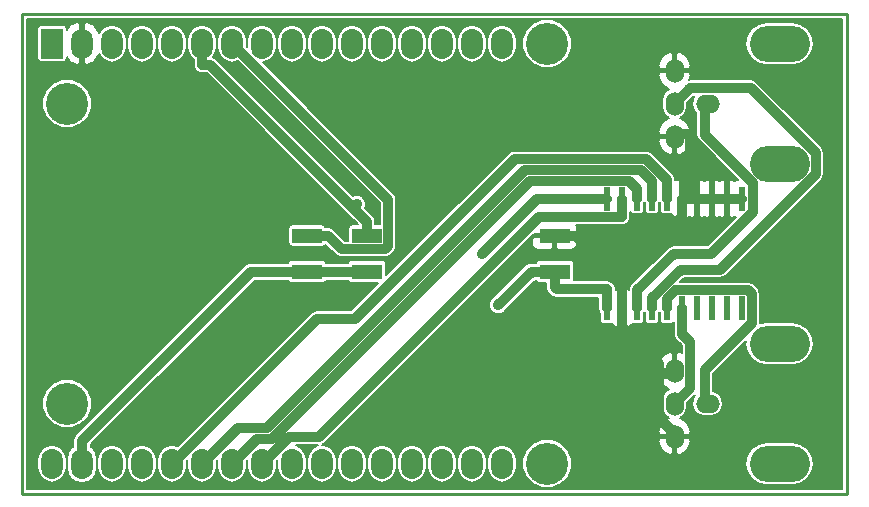
<source format=gbl>
G04 #@! TF.GenerationSoftware,KiCad,Pcbnew,no-vcs-found-a592832~58~ubuntu16.04.1*
G04 #@! TF.CreationDate,2017-03-09T13:35:24-05:00*
G04 #@! TF.ProjectId,encoder_interface_simple_3x2,656E636F6465725F696E746572666163,1.0*
G04 #@! TF.FileFunction,Copper,L2,Bot,Signal*
G04 #@! TF.FilePolarity,Positive*
%FSLAX46Y46*%
G04 Gerber Fmt 4.6, Leading zero omitted, Abs format (unit mm)*
G04 Created by KiCad (PCBNEW no-vcs-found-a592832~58~ubuntu16.04.1) date Thu Mar  9 13:35:24 2017*
%MOMM*%
%LPD*%
G01*
G04 APERTURE LIST*
%ADD10C,0.100000*%
%ADD11C,0.228600*%
%ADD12O,1.854200X2.540000*%
%ADD13R,1.854200X2.540000*%
%ADD14C,3.556000*%
%ADD15R,2.540000X1.270000*%
%ADD16O,5.080000X3.048000*%
%ADD17O,2.032000X1.524000*%
%ADD18O,1.524000X2.032000*%
%ADD19R,0.600000X2.000000*%
%ADD20C,0.889000*%
%ADD21C,0.812800*%
%ADD22C,0.203200*%
G04 APERTURE END LIST*
D10*
D11*
X155575000Y-68580000D02*
X85725000Y-68580000D01*
X155575000Y-109220000D02*
X155575000Y-68580000D01*
X85725000Y-109220000D02*
X155575000Y-109220000D01*
X85725000Y-68580000D02*
X85725000Y-109220000D01*
D12*
X90805000Y-71120000D03*
X93345000Y-71120000D03*
D13*
X88265000Y-71120000D03*
D12*
X95885000Y-71120000D03*
X98425000Y-71120000D03*
X100965000Y-71120000D03*
X103505000Y-71120000D03*
X106045000Y-71120000D03*
X108585000Y-71120000D03*
X111125000Y-71120000D03*
X113665000Y-71120000D03*
X116205000Y-71120000D03*
X118745000Y-71120000D03*
X121285000Y-71120000D03*
X123825000Y-71120000D03*
X126365000Y-71120000D03*
X126365000Y-106680000D03*
X123825000Y-106680000D03*
X121285000Y-106680000D03*
X118745000Y-106680000D03*
X116205000Y-106680000D03*
X113665000Y-106680000D03*
X111125000Y-106680000D03*
X108585000Y-106680000D03*
X106045000Y-106680000D03*
X103505000Y-106680000D03*
X100965000Y-106680000D03*
X98425000Y-106680000D03*
X95885000Y-106680000D03*
X93345000Y-106680000D03*
X90805000Y-106680000D03*
X88265000Y-106680000D03*
D14*
X89535000Y-76200000D03*
X89535000Y-101600000D03*
X130175000Y-106680000D03*
X130175000Y-71120000D03*
D15*
X130810000Y-90424000D03*
X130810000Y-87376000D03*
D16*
X149860000Y-71120000D03*
X149860000Y-81280000D03*
D17*
X143764000Y-76200000D03*
D18*
X140970000Y-76200000D03*
X140970000Y-78994000D03*
X140970000Y-73406000D03*
X140970000Y-98806000D03*
X140970000Y-104394000D03*
X140970000Y-101600000D03*
D17*
X143764000Y-101600000D03*
D16*
X149860000Y-106680000D03*
X149860000Y-96520000D03*
D15*
X114935000Y-87376000D03*
X114935000Y-90424000D03*
X109855000Y-90424000D03*
X109855000Y-87376000D03*
D19*
X135255000Y-93550000D03*
X136525000Y-93550000D03*
X137795000Y-93550000D03*
X139065000Y-93550000D03*
X140335000Y-93550000D03*
X141605000Y-93550000D03*
X142875000Y-93550000D03*
X144145000Y-93550000D03*
X145415000Y-93550000D03*
X146685000Y-93550000D03*
X146685000Y-84250000D03*
X145415000Y-84250000D03*
X144145000Y-84250000D03*
X142875000Y-84250000D03*
X141605000Y-84250000D03*
X140335000Y-84250000D03*
X139065000Y-84250000D03*
X137795000Y-84250000D03*
X136525000Y-84250000D03*
X135255000Y-84250000D03*
D20*
X126059600Y-93243700D03*
X124654100Y-88956900D03*
X114055000Y-84683600D03*
D21*
X114935000Y-90424000D02*
X109855000Y-90424000D01*
X105130300Y-90424000D02*
X90805000Y-104749300D01*
X109855000Y-90424000D02*
X105130300Y-90424000D01*
X90805000Y-106680000D02*
X90805000Y-104749300D01*
X130810000Y-90424000D02*
X128879300Y-90424000D01*
X128879300Y-90424000D02*
X126059600Y-93243700D01*
X130979600Y-91889300D02*
X130810000Y-91719700D01*
X135255000Y-91889300D02*
X130979600Y-91889300D01*
X135255000Y-93550000D02*
X135255000Y-91889300D01*
X130810000Y-90424000D02*
X130810000Y-91719700D01*
X142875000Y-84250000D02*
X144145000Y-84250000D01*
X144145000Y-84250000D02*
X145415000Y-84250000D01*
X145415000Y-84250000D02*
X146685000Y-84250000D01*
X141605000Y-84250000D02*
X142240000Y-84250000D01*
X142240000Y-84250000D02*
X142875000Y-84250000D01*
X142265400Y-84224600D02*
X142265400Y-78740000D01*
X142240000Y-84250000D02*
X142265400Y-84224600D01*
X140970000Y-78740000D02*
X142265400Y-78740000D01*
X130810000Y-87376000D02*
X132613400Y-87376000D01*
X133461700Y-88224300D02*
X132613400Y-87376000D01*
X136525000Y-88224300D02*
X133461700Y-88224300D01*
X141605000Y-84250000D02*
X141605000Y-85783400D01*
X139164100Y-88224300D02*
X141605000Y-85783400D01*
X136525000Y-88224300D02*
X139164100Y-88224300D01*
X136525000Y-88224300D02*
X136525000Y-93550000D01*
X139674600Y-98233000D02*
X139674600Y-99060000D01*
X136525000Y-95083400D02*
X139674600Y-98233000D01*
X136525000Y-93550000D02*
X136525000Y-95083400D01*
X140970000Y-99060000D02*
X139674600Y-99060000D01*
X139674600Y-102844600D02*
X139674600Y-99060000D01*
X140970000Y-104140000D02*
X139674600Y-102844600D01*
X108290700Y-104434300D02*
X106045000Y-106680000D01*
X110856700Y-104434300D02*
X108290700Y-104434300D01*
X129507600Y-85783400D02*
X110856700Y-104434300D01*
X136525000Y-85783400D02*
X129507600Y-85783400D01*
X136525000Y-84250000D02*
X136525000Y-85783400D01*
X105606700Y-104578300D02*
X103505000Y-106680000D01*
X106853000Y-104578300D02*
X105606700Y-104578300D01*
X128714700Y-82716600D02*
X106853000Y-104578300D01*
X137094300Y-82716600D02*
X128714700Y-82716600D01*
X137795000Y-83417300D02*
X137094300Y-82716600D01*
X137795000Y-84250000D02*
X137795000Y-83417300D01*
X139065000Y-84250000D02*
X139065000Y-82716600D01*
X103981400Y-103663600D02*
X100965000Y-106680000D01*
X106474200Y-103663600D02*
X103981400Y-103663600D01*
X128335900Y-81801900D02*
X106474200Y-103663600D01*
X138150300Y-81801900D02*
X128335900Y-81801900D01*
X139065000Y-82716600D02*
X138150300Y-81801900D01*
X110683600Y-94421400D02*
X98425000Y-106680000D01*
X113896200Y-94421400D02*
X110683600Y-94421400D01*
X127430400Y-80887200D02*
X113896200Y-94421400D01*
X138555000Y-80887200D02*
X127430400Y-80887200D01*
X140335000Y-82667200D02*
X138555000Y-80887200D01*
X140335000Y-84250000D02*
X140335000Y-82667200D01*
X137795000Y-93550000D02*
X137795000Y-92016600D01*
X140917900Y-88893700D02*
X137795000Y-92016600D01*
X144090200Y-88893700D02*
X140917900Y-88893700D01*
X147612700Y-85371200D02*
X144090200Y-88893700D01*
X147612700Y-82923000D02*
X147612700Y-85371200D01*
X143510000Y-78820300D02*
X147612700Y-82923000D01*
X143510000Y-76200000D02*
X143510000Y-78820300D01*
X142299400Y-74870600D02*
X140970000Y-76200000D01*
X147401800Y-74870600D02*
X142299400Y-74870600D01*
X152919500Y-80388300D02*
X147401800Y-74870600D01*
X152919500Y-82132700D02*
X152919500Y-80388300D01*
X144784200Y-90268000D02*
X152919500Y-82132700D01*
X141497800Y-90268000D02*
X144784200Y-90268000D01*
X139065000Y-92700800D02*
X141497800Y-90268000D01*
X139065000Y-93550000D02*
X139065000Y-92700800D01*
X142280600Y-100289400D02*
X140970000Y-101600000D01*
X142280600Y-96355600D02*
X142280600Y-100289400D01*
X141605000Y-95680000D02*
X142280600Y-96355600D01*
X141605000Y-93550000D02*
X141605000Y-95680000D01*
X143510000Y-98784200D02*
X143510000Y-101600000D01*
X147493400Y-94800800D02*
X143510000Y-98784200D01*
X147493400Y-92283400D02*
X147493400Y-94800800D01*
X147226600Y-92016600D02*
X147493400Y-92283400D01*
X141049500Y-92016600D02*
X147226600Y-92016600D01*
X140335000Y-92731100D02*
X141049500Y-92016600D01*
X140335000Y-93550000D02*
X140335000Y-92731100D01*
X129361000Y-84250000D02*
X124654100Y-88956900D01*
X135255000Y-84250000D02*
X129361000Y-84250000D01*
X114935000Y-87376000D02*
X114935000Y-86207600D01*
X100965000Y-71120000D02*
X100965000Y-72923400D01*
X114935000Y-86207600D02*
X113733000Y-85005600D01*
X101650800Y-72923400D02*
X113733000Y-85005600D01*
X100965000Y-72923400D02*
X101650800Y-72923400D01*
X113733000Y-85005600D02*
X114055000Y-84683600D01*
X112801800Y-88519400D02*
X111658400Y-87376000D01*
X116422900Y-88519400D02*
X112801800Y-88519400D01*
X116713400Y-88228900D02*
X116422900Y-88519400D01*
X116713400Y-84328400D02*
X116713400Y-88228900D01*
X103505000Y-71120000D02*
X116713400Y-84328400D01*
X109855000Y-87376000D02*
X111658400Y-87376000D01*
D22*
G36*
X155155900Y-108800900D02*
X86144100Y-108800900D01*
X86144100Y-106306248D01*
X87033100Y-106306248D01*
X87033100Y-107053752D01*
X87126873Y-107525180D01*
X87393915Y-107924837D01*
X87793572Y-108191879D01*
X88265000Y-108285652D01*
X88736428Y-108191879D01*
X89136085Y-107924837D01*
X89403127Y-107525180D01*
X89496900Y-107053752D01*
X89496900Y-106306248D01*
X89496703Y-106305253D01*
X89522300Y-106305253D01*
X89522300Y-107054747D01*
X89619940Y-107545615D01*
X89897994Y-107961753D01*
X90314132Y-108239807D01*
X90805000Y-108337447D01*
X91295868Y-108239807D01*
X91712006Y-107961753D01*
X91990060Y-107545615D01*
X92087700Y-107054747D01*
X92087700Y-106306248D01*
X92113100Y-106306248D01*
X92113100Y-107053752D01*
X92206873Y-107525180D01*
X92473915Y-107924837D01*
X92873572Y-108191879D01*
X93345000Y-108285652D01*
X93816428Y-108191879D01*
X94216085Y-107924837D01*
X94483127Y-107525180D01*
X94576900Y-107053752D01*
X94576900Y-106306248D01*
X94653100Y-106306248D01*
X94653100Y-107053752D01*
X94746873Y-107525180D01*
X95013915Y-107924837D01*
X95413572Y-108191879D01*
X95885000Y-108285652D01*
X96356428Y-108191879D01*
X96756085Y-107924837D01*
X97023127Y-107525180D01*
X97116900Y-107053752D01*
X97116900Y-106306248D01*
X97023127Y-105834820D01*
X96756085Y-105435163D01*
X96356428Y-105168121D01*
X95885000Y-105074348D01*
X95413572Y-105168121D01*
X95013915Y-105435163D01*
X94746873Y-105834820D01*
X94653100Y-106306248D01*
X94576900Y-106306248D01*
X94483127Y-105834820D01*
X94216085Y-105435163D01*
X93816428Y-105168121D01*
X93345000Y-105074348D01*
X92873572Y-105168121D01*
X92473915Y-105435163D01*
X92206873Y-105834820D01*
X92113100Y-106306248D01*
X92087700Y-106306248D01*
X92087700Y-106305253D01*
X91990060Y-105814385D01*
X91712006Y-105398247D01*
X91567000Y-105301357D01*
X91567000Y-105064930D01*
X105445931Y-91186000D01*
X108247696Y-91186000D01*
X108250033Y-91197748D01*
X108328627Y-91315373D01*
X108446252Y-91393967D01*
X108585000Y-91421566D01*
X111125000Y-91421566D01*
X111263748Y-91393967D01*
X111381373Y-91315373D01*
X111459967Y-91197748D01*
X111462304Y-91186000D01*
X113327696Y-91186000D01*
X113330033Y-91197748D01*
X113408627Y-91315373D01*
X113526252Y-91393967D01*
X113665000Y-91421566D01*
X115890246Y-91421566D01*
X113601612Y-93710200D01*
X110683600Y-93710200D01*
X110411436Y-93764337D01*
X110411434Y-93764338D01*
X110411435Y-93764338D01*
X110180705Y-93918506D01*
X98917207Y-105182005D01*
X98896428Y-105168121D01*
X98425000Y-105074348D01*
X97953572Y-105168121D01*
X97553915Y-105435163D01*
X97286873Y-105834820D01*
X97193100Y-106306248D01*
X97193100Y-107053752D01*
X97286873Y-107525180D01*
X97553915Y-107924837D01*
X97953572Y-108191879D01*
X98425000Y-108285652D01*
X98896428Y-108191879D01*
X99296085Y-107924837D01*
X99563127Y-107525180D01*
X99656900Y-107053752D01*
X99656900Y-106453888D01*
X99733100Y-106377688D01*
X99733100Y-107053752D01*
X99826873Y-107525180D01*
X100093915Y-107924837D01*
X100493572Y-108191879D01*
X100965000Y-108285652D01*
X101436428Y-108191879D01*
X101836085Y-107924837D01*
X102103127Y-107525180D01*
X102196900Y-107053752D01*
X102196900Y-106453888D01*
X102273100Y-106377688D01*
X102273100Y-107053752D01*
X102366873Y-107525180D01*
X102633915Y-107924837D01*
X103033572Y-108191879D01*
X103505000Y-108285652D01*
X103976428Y-108191879D01*
X104376085Y-107924837D01*
X104643127Y-107525180D01*
X104736900Y-107053752D01*
X104736900Y-106453888D01*
X104813100Y-106377688D01*
X104813100Y-107053752D01*
X104906873Y-107525180D01*
X105173915Y-107924837D01*
X105573572Y-108191879D01*
X106045000Y-108285652D01*
X106516428Y-108191879D01*
X106916085Y-107924837D01*
X107183127Y-107525180D01*
X107276900Y-107053752D01*
X107276900Y-106453888D01*
X107353100Y-106377688D01*
X107353100Y-107053752D01*
X107446873Y-107525180D01*
X107713915Y-107924837D01*
X108113572Y-108191879D01*
X108585000Y-108285652D01*
X109056428Y-108191879D01*
X109456085Y-107924837D01*
X109723127Y-107525180D01*
X109816900Y-107053752D01*
X109816900Y-106306248D01*
X109723127Y-105834820D01*
X109456085Y-105435163D01*
X109056428Y-105168121D01*
X108942705Y-105145500D01*
X110767295Y-105145500D01*
X110653572Y-105168121D01*
X110253915Y-105435163D01*
X109986873Y-105834820D01*
X109893100Y-106306248D01*
X109893100Y-107053752D01*
X109986873Y-107525180D01*
X110253915Y-107924837D01*
X110653572Y-108191879D01*
X111125000Y-108285652D01*
X111596428Y-108191879D01*
X111996085Y-107924837D01*
X112263127Y-107525180D01*
X112356900Y-107053752D01*
X112356900Y-106306248D01*
X112433100Y-106306248D01*
X112433100Y-107053752D01*
X112526873Y-107525180D01*
X112793915Y-107924837D01*
X113193572Y-108191879D01*
X113665000Y-108285652D01*
X114136428Y-108191879D01*
X114536085Y-107924837D01*
X114803127Y-107525180D01*
X114896900Y-107053752D01*
X114896900Y-106306248D01*
X114973100Y-106306248D01*
X114973100Y-107053752D01*
X115066873Y-107525180D01*
X115333915Y-107924837D01*
X115733572Y-108191879D01*
X116205000Y-108285652D01*
X116676428Y-108191879D01*
X117076085Y-107924837D01*
X117343127Y-107525180D01*
X117436900Y-107053752D01*
X117436900Y-106306248D01*
X117513100Y-106306248D01*
X117513100Y-107053752D01*
X117606873Y-107525180D01*
X117873915Y-107924837D01*
X118273572Y-108191879D01*
X118745000Y-108285652D01*
X119216428Y-108191879D01*
X119616085Y-107924837D01*
X119883127Y-107525180D01*
X119976900Y-107053752D01*
X119976900Y-106306248D01*
X120053100Y-106306248D01*
X120053100Y-107053752D01*
X120146873Y-107525180D01*
X120413915Y-107924837D01*
X120813572Y-108191879D01*
X121285000Y-108285652D01*
X121756428Y-108191879D01*
X122156085Y-107924837D01*
X122423127Y-107525180D01*
X122516900Y-107053752D01*
X122516900Y-106306248D01*
X122593100Y-106306248D01*
X122593100Y-107053752D01*
X122686873Y-107525180D01*
X122953915Y-107924837D01*
X123353572Y-108191879D01*
X123825000Y-108285652D01*
X124296428Y-108191879D01*
X124696085Y-107924837D01*
X124963127Y-107525180D01*
X125056900Y-107053752D01*
X125056900Y-106306248D01*
X125133100Y-106306248D01*
X125133100Y-107053752D01*
X125226873Y-107525180D01*
X125493915Y-107924837D01*
X125893572Y-108191879D01*
X126365000Y-108285652D01*
X126836428Y-108191879D01*
X127236085Y-107924837D01*
X127503127Y-107525180D01*
X127589197Y-107092477D01*
X128091840Y-107092477D01*
X128408259Y-107858270D01*
X128993648Y-108444682D01*
X129758888Y-108762437D01*
X130587477Y-108763160D01*
X131353270Y-108446741D01*
X131939682Y-107861352D01*
X132257437Y-107096112D01*
X132257800Y-106680000D01*
X146959467Y-106680000D01*
X147098676Y-107379851D01*
X147495110Y-107973157D01*
X148088416Y-108369591D01*
X148788267Y-108508800D01*
X150931733Y-108508800D01*
X151631584Y-108369591D01*
X152224890Y-107973157D01*
X152621324Y-107379851D01*
X152760533Y-106680000D01*
X152621324Y-105980149D01*
X152224890Y-105386843D01*
X151631584Y-104990409D01*
X150931733Y-104851200D01*
X148788267Y-104851200D01*
X148088416Y-104990409D01*
X147495110Y-105386843D01*
X147098676Y-105980149D01*
X146959467Y-106680000D01*
X132257800Y-106680000D01*
X132258160Y-106267523D01*
X131941741Y-105501730D01*
X131356352Y-104915318D01*
X130989761Y-104763096D01*
X139593837Y-104763096D01*
X139742637Y-105280970D01*
X140078292Y-105702480D01*
X140549701Y-105963454D01*
X140606239Y-105970484D01*
X140817600Y-105857637D01*
X140817600Y-104546400D01*
X141122400Y-104546400D01*
X141122400Y-105857637D01*
X141333761Y-105970484D01*
X141390299Y-105963454D01*
X141861708Y-105702480D01*
X142197363Y-105280970D01*
X142346163Y-104763096D01*
X142194825Y-104546400D01*
X141122400Y-104546400D01*
X140817600Y-104546400D01*
X139745175Y-104546400D01*
X139593837Y-104763096D01*
X130989761Y-104763096D01*
X130591112Y-104597563D01*
X129762523Y-104596840D01*
X128996730Y-104913259D01*
X128410318Y-105498648D01*
X128092563Y-106263888D01*
X128091840Y-107092477D01*
X127589197Y-107092477D01*
X127596900Y-107053752D01*
X127596900Y-106306248D01*
X127503127Y-105834820D01*
X127236085Y-105435163D01*
X126836428Y-105168121D01*
X126365000Y-105074348D01*
X125893572Y-105168121D01*
X125493915Y-105435163D01*
X125226873Y-105834820D01*
X125133100Y-106306248D01*
X125056900Y-106306248D01*
X124963127Y-105834820D01*
X124696085Y-105435163D01*
X124296428Y-105168121D01*
X123825000Y-105074348D01*
X123353572Y-105168121D01*
X122953915Y-105435163D01*
X122686873Y-105834820D01*
X122593100Y-106306248D01*
X122516900Y-106306248D01*
X122423127Y-105834820D01*
X122156085Y-105435163D01*
X121756428Y-105168121D01*
X121285000Y-105074348D01*
X120813572Y-105168121D01*
X120413915Y-105435163D01*
X120146873Y-105834820D01*
X120053100Y-106306248D01*
X119976900Y-106306248D01*
X119883127Y-105834820D01*
X119616085Y-105435163D01*
X119216428Y-105168121D01*
X118745000Y-105074348D01*
X118273572Y-105168121D01*
X117873915Y-105435163D01*
X117606873Y-105834820D01*
X117513100Y-106306248D01*
X117436900Y-106306248D01*
X117343127Y-105834820D01*
X117076085Y-105435163D01*
X116676428Y-105168121D01*
X116205000Y-105074348D01*
X115733572Y-105168121D01*
X115333915Y-105435163D01*
X115066873Y-105834820D01*
X114973100Y-106306248D01*
X114896900Y-106306248D01*
X114803127Y-105834820D01*
X114536085Y-105435163D01*
X114136428Y-105168121D01*
X113665000Y-105074348D01*
X113193572Y-105168121D01*
X112793915Y-105435163D01*
X112526873Y-105834820D01*
X112433100Y-106306248D01*
X112356900Y-106306248D01*
X112263127Y-105834820D01*
X111996085Y-105435163D01*
X111596428Y-105168121D01*
X111147601Y-105078844D01*
X111359594Y-104937194D01*
X117859884Y-98436904D01*
X139593837Y-98436904D01*
X139745175Y-98653600D01*
X140817600Y-98653600D01*
X140817600Y-97342363D01*
X140606239Y-97229516D01*
X140549701Y-97236546D01*
X140078292Y-97497520D01*
X139742637Y-97919030D01*
X139593837Y-98436904D01*
X117859884Y-98436904D01*
X122894636Y-93402152D01*
X125259361Y-93402152D01*
X125380913Y-93696328D01*
X125605788Y-93921596D01*
X125899752Y-94043661D01*
X126218052Y-94043939D01*
X126512228Y-93922387D01*
X126737496Y-93697512D01*
X126775897Y-93605033D01*
X129194930Y-91186000D01*
X129202696Y-91186000D01*
X129205033Y-91197748D01*
X129283627Y-91315373D01*
X129401252Y-91393967D01*
X129540000Y-91421566D01*
X130048000Y-91421566D01*
X130048000Y-91719700D01*
X130106004Y-92011305D01*
X130271185Y-92258515D01*
X130440785Y-92428116D01*
X130520980Y-92481700D01*
X130687995Y-92593296D01*
X130979600Y-92651300D01*
X134493000Y-92651300D01*
X134493000Y-93550000D01*
X134551004Y-93841605D01*
X134644229Y-93981126D01*
X134644229Y-94550000D01*
X134667885Y-94668927D01*
X134735252Y-94769748D01*
X134836073Y-94837115D01*
X134955000Y-94860771D01*
X135555000Y-94860771D01*
X135673927Y-94837115D01*
X135681895Y-94831791D01*
X135708206Y-94895311D01*
X135879689Y-95066794D01*
X136103743Y-95159600D01*
X136222600Y-95159600D01*
X136375000Y-95007200D01*
X136375000Y-93702400D01*
X136352600Y-93702400D01*
X136352600Y-93397600D01*
X136375000Y-93397600D01*
X136375000Y-92092800D01*
X136675000Y-92092800D01*
X136675000Y-93397600D01*
X136697400Y-93397600D01*
X136697400Y-93702400D01*
X136675000Y-93702400D01*
X136675000Y-95007200D01*
X136827400Y-95159600D01*
X136946257Y-95159600D01*
X137170311Y-95066794D01*
X137341794Y-94895311D01*
X137368105Y-94831791D01*
X137376073Y-94837115D01*
X137495000Y-94860771D01*
X138095000Y-94860771D01*
X138213927Y-94837115D01*
X138314748Y-94769748D01*
X138382115Y-94668927D01*
X138405771Y-94550000D01*
X138405771Y-93891445D01*
X138430000Y-93855184D01*
X138454229Y-93891445D01*
X138454229Y-94550000D01*
X138477885Y-94668927D01*
X138545252Y-94769748D01*
X138646073Y-94837115D01*
X138765000Y-94860771D01*
X139365000Y-94860771D01*
X139483927Y-94837115D01*
X139584748Y-94769748D01*
X139652115Y-94668927D01*
X139675771Y-94550000D01*
X139675771Y-93891445D01*
X139700000Y-93855184D01*
X139724229Y-93891445D01*
X139724229Y-94550000D01*
X139747885Y-94668927D01*
X139815252Y-94769748D01*
X139916073Y-94837115D01*
X140035000Y-94860771D01*
X140635000Y-94860771D01*
X140753927Y-94837115D01*
X140854748Y-94769748D01*
X140893800Y-94711303D01*
X140893800Y-95680000D01*
X140947937Y-95952165D01*
X141102106Y-96182894D01*
X141569400Y-96650189D01*
X141569400Y-97335697D01*
X141390299Y-97236546D01*
X141333761Y-97229516D01*
X141122400Y-97342363D01*
X141122400Y-98653600D01*
X141142400Y-98653600D01*
X141142400Y-98958400D01*
X141122400Y-98958400D01*
X141122400Y-98978400D01*
X140817600Y-98978400D01*
X140817600Y-98958400D01*
X139745175Y-98958400D01*
X139593837Y-99175096D01*
X139742637Y-99692970D01*
X140078292Y-100114480D01*
X140522796Y-100360559D01*
X140215658Y-100565782D01*
X139984405Y-100911877D01*
X139903200Y-101320124D01*
X139903200Y-101879876D01*
X139984405Y-102288123D01*
X140215658Y-102634218D01*
X140522796Y-102839441D01*
X140078292Y-103085520D01*
X139742637Y-103507030D01*
X139593837Y-104024904D01*
X139745175Y-104241600D01*
X140817600Y-104241600D01*
X140817600Y-104221600D01*
X141122400Y-104221600D01*
X141122400Y-104241600D01*
X142194825Y-104241600D01*
X142346163Y-104024904D01*
X142197363Y-103507030D01*
X141861708Y-103085520D01*
X141417204Y-102839441D01*
X141724342Y-102634218D01*
X141955595Y-102288123D01*
X142036800Y-101879876D01*
X142036800Y-101538988D01*
X142729079Y-100846710D01*
X142498529Y-101191753D01*
X142417324Y-101600000D01*
X142498529Y-102008247D01*
X142729782Y-102354342D01*
X143075877Y-102585595D01*
X143484124Y-102666800D01*
X144043876Y-102666800D01*
X144452123Y-102585595D01*
X144798218Y-102354342D01*
X145029471Y-102008247D01*
X145110676Y-101600000D01*
X145029471Y-101191753D01*
X144798218Y-100845658D01*
X144452123Y-100614405D01*
X144221200Y-100568472D01*
X144221200Y-99078788D01*
X147004032Y-96295957D01*
X146959467Y-96520000D01*
X147098676Y-97219851D01*
X147495110Y-97813157D01*
X148088416Y-98209591D01*
X148788267Y-98348800D01*
X150931733Y-98348800D01*
X151631584Y-98209591D01*
X152224890Y-97813157D01*
X152621324Y-97219851D01*
X152760533Y-96520000D01*
X152621324Y-95820149D01*
X152224890Y-95226843D01*
X151631584Y-94830409D01*
X150931733Y-94691200D01*
X148788267Y-94691200D01*
X148203254Y-94807566D01*
X148204600Y-94800800D01*
X148204600Y-92283400D01*
X148154833Y-92033206D01*
X148150463Y-92011235D01*
X147996294Y-91780506D01*
X147729494Y-91513706D01*
X147498765Y-91359537D01*
X147226600Y-91305400D01*
X141466189Y-91305400D01*
X141792389Y-90979200D01*
X144784200Y-90979200D01*
X145056365Y-90925063D01*
X145287094Y-90770894D01*
X153422395Y-82635594D01*
X153576563Y-82404864D01*
X153630700Y-82132700D01*
X153630700Y-80388300D01*
X153576563Y-80116136D01*
X153576563Y-80116135D01*
X153422394Y-79885406D01*
X147904694Y-74367706D01*
X147673965Y-74213537D01*
X147401800Y-74159400D01*
X142299400Y-74159400D01*
X142231883Y-74172830D01*
X142346163Y-73775096D01*
X142194825Y-73558400D01*
X141122400Y-73558400D01*
X141122400Y-73578400D01*
X140817600Y-73578400D01*
X140817600Y-73558400D01*
X139745175Y-73558400D01*
X139593837Y-73775096D01*
X139742637Y-74292970D01*
X140078292Y-74714480D01*
X140522796Y-74960559D01*
X140215658Y-75165782D01*
X139984405Y-75511877D01*
X139903200Y-75920124D01*
X139903200Y-76479876D01*
X139984405Y-76888123D01*
X140215658Y-77234218D01*
X140522796Y-77439441D01*
X140078292Y-77685520D01*
X139742637Y-78107030D01*
X139593837Y-78624904D01*
X139745175Y-78841600D01*
X140817600Y-78841600D01*
X140817600Y-78821600D01*
X141122400Y-78821600D01*
X141122400Y-78841600D01*
X142194825Y-78841600D01*
X142346163Y-78624904D01*
X142197363Y-78107030D01*
X141861708Y-77685520D01*
X141417204Y-77439441D01*
X141724342Y-77234218D01*
X141955595Y-76888123D01*
X142036800Y-76479876D01*
X142036800Y-76138988D01*
X142593989Y-75581800D01*
X142638815Y-75581800D01*
X142498529Y-75791753D01*
X142417324Y-76200000D01*
X142498529Y-76608247D01*
X142729782Y-76954342D01*
X142798800Y-77000458D01*
X142798800Y-78820300D01*
X142852937Y-79092465D01*
X143007106Y-79323194D01*
X146324312Y-82640400D01*
X146263743Y-82640400D01*
X146050000Y-82728935D01*
X145836257Y-82640400D01*
X145717400Y-82640400D01*
X145565000Y-82792800D01*
X145565000Y-84097600D01*
X146535000Y-84097600D01*
X146535000Y-84077600D01*
X146835000Y-84077600D01*
X146835000Y-84097600D01*
X146857400Y-84097600D01*
X146857400Y-84402400D01*
X146835000Y-84402400D01*
X146835000Y-84422400D01*
X146535000Y-84422400D01*
X146535000Y-84402400D01*
X145565000Y-84402400D01*
X145565000Y-85707200D01*
X145717400Y-85859600D01*
X145836257Y-85859600D01*
X146050000Y-85771065D01*
X146161049Y-85817063D01*
X143795612Y-88182500D01*
X140917900Y-88182500D01*
X140645736Y-88236637D01*
X140415006Y-88390805D01*
X137292106Y-91513706D01*
X137137937Y-91744435D01*
X137137937Y-91744436D01*
X137087334Y-91998836D01*
X136946257Y-91940400D01*
X136827400Y-91940400D01*
X136675000Y-92092800D01*
X136375000Y-92092800D01*
X136222600Y-91940400D01*
X136103743Y-91940400D01*
X136017000Y-91976330D01*
X136017000Y-91889300D01*
X135958996Y-91597695D01*
X135793815Y-91350485D01*
X135546605Y-91185304D01*
X135255000Y-91127300D01*
X132428980Y-91127300D01*
X132442566Y-91059000D01*
X132442566Y-89789000D01*
X132414967Y-89650252D01*
X132336373Y-89532627D01*
X132218748Y-89454033D01*
X132080000Y-89426434D01*
X129540000Y-89426434D01*
X129401252Y-89454033D01*
X129283627Y-89532627D01*
X129205033Y-89650252D01*
X129202696Y-89662000D01*
X128879300Y-89662000D01*
X128587695Y-89720004D01*
X128484436Y-89789000D01*
X128340485Y-89885185D01*
X125698459Y-92527211D01*
X125606972Y-92565013D01*
X125381704Y-92789888D01*
X125259639Y-93083852D01*
X125259361Y-93402152D01*
X122894636Y-93402152D01*
X128615988Y-87680800D01*
X128930400Y-87680800D01*
X128930400Y-88132257D01*
X129023206Y-88356311D01*
X129194689Y-88527794D01*
X129418743Y-88620600D01*
X130505200Y-88620600D01*
X130657600Y-88468200D01*
X130657600Y-87528400D01*
X130962400Y-87528400D01*
X130962400Y-88468200D01*
X131114800Y-88620600D01*
X132201257Y-88620600D01*
X132425311Y-88527794D01*
X132596794Y-88356311D01*
X132689600Y-88132257D01*
X132689600Y-87680800D01*
X132537200Y-87528400D01*
X130962400Y-87528400D01*
X130657600Y-87528400D01*
X129082800Y-87528400D01*
X128930400Y-87680800D01*
X128615988Y-87680800D01*
X129077994Y-87218794D01*
X129082800Y-87223600D01*
X130657600Y-87223600D01*
X130657600Y-87203600D01*
X130962400Y-87203600D01*
X130962400Y-87223600D01*
X132537200Y-87223600D01*
X132689600Y-87071200D01*
X132689600Y-86619743D01*
X132637764Y-86494600D01*
X136525000Y-86494600D01*
X136797164Y-86440463D01*
X137027894Y-86286294D01*
X137182063Y-86055564D01*
X137236200Y-85783400D01*
X137236200Y-85411303D01*
X137275252Y-85469748D01*
X137376073Y-85537115D01*
X137495000Y-85560771D01*
X138095000Y-85560771D01*
X138213927Y-85537115D01*
X138314748Y-85469748D01*
X138382115Y-85368927D01*
X138405771Y-85250000D01*
X138405771Y-84591445D01*
X138430000Y-84555184D01*
X138454229Y-84591445D01*
X138454229Y-85250000D01*
X138477885Y-85368927D01*
X138545252Y-85469748D01*
X138646073Y-85537115D01*
X138765000Y-85560771D01*
X139365000Y-85560771D01*
X139483927Y-85537115D01*
X139584748Y-85469748D01*
X139652115Y-85368927D01*
X139675771Y-85250000D01*
X139675771Y-84591445D01*
X139700000Y-84555184D01*
X139724229Y-84591445D01*
X139724229Y-85250000D01*
X139747885Y-85368927D01*
X139815252Y-85469748D01*
X139916073Y-85537115D01*
X140035000Y-85560771D01*
X140635000Y-85560771D01*
X140753927Y-85537115D01*
X140761895Y-85531791D01*
X140788206Y-85595311D01*
X140959689Y-85766794D01*
X141183743Y-85859600D01*
X141302600Y-85859600D01*
X141455000Y-85707200D01*
X141455000Y-84402400D01*
X141755000Y-84402400D01*
X141755000Y-85707200D01*
X141907400Y-85859600D01*
X142026257Y-85859600D01*
X142240000Y-85771065D01*
X142453743Y-85859600D01*
X142572600Y-85859600D01*
X142725000Y-85707200D01*
X142725000Y-84402400D01*
X143025000Y-84402400D01*
X143025000Y-85707200D01*
X143177400Y-85859600D01*
X143296257Y-85859600D01*
X143510000Y-85771065D01*
X143723743Y-85859600D01*
X143842600Y-85859600D01*
X143995000Y-85707200D01*
X143995000Y-84402400D01*
X144295000Y-84402400D01*
X144295000Y-85707200D01*
X144447400Y-85859600D01*
X144566257Y-85859600D01*
X144780000Y-85771065D01*
X144993743Y-85859600D01*
X145112600Y-85859600D01*
X145265000Y-85707200D01*
X145265000Y-84402400D01*
X144295000Y-84402400D01*
X143995000Y-84402400D01*
X143025000Y-84402400D01*
X142725000Y-84402400D01*
X141755000Y-84402400D01*
X141455000Y-84402400D01*
X141432600Y-84402400D01*
X141432600Y-84097600D01*
X141455000Y-84097600D01*
X141455000Y-82792800D01*
X141755000Y-82792800D01*
X141755000Y-84097600D01*
X142725000Y-84097600D01*
X142725000Y-82792800D01*
X143025000Y-82792800D01*
X143025000Y-84097600D01*
X143995000Y-84097600D01*
X143995000Y-82792800D01*
X144295000Y-82792800D01*
X144295000Y-84097600D01*
X145265000Y-84097600D01*
X145265000Y-82792800D01*
X145112600Y-82640400D01*
X144993743Y-82640400D01*
X144780000Y-82728935D01*
X144566257Y-82640400D01*
X144447400Y-82640400D01*
X144295000Y-82792800D01*
X143995000Y-82792800D01*
X143842600Y-82640400D01*
X143723743Y-82640400D01*
X143510000Y-82728935D01*
X143296257Y-82640400D01*
X143177400Y-82640400D01*
X143025000Y-82792800D01*
X142725000Y-82792800D01*
X142572600Y-82640400D01*
X142453743Y-82640400D01*
X142240000Y-82728935D01*
X142026257Y-82640400D01*
X141907400Y-82640400D01*
X141755000Y-82792800D01*
X141455000Y-82792800D01*
X141302600Y-82640400D01*
X141183743Y-82640400D01*
X141046200Y-82697372D01*
X141046200Y-82667200D01*
X140992063Y-82395036D01*
X140992063Y-82395035D01*
X140837894Y-82164306D01*
X139057894Y-80384306D01*
X138827165Y-80230137D01*
X138555000Y-80176000D01*
X127430400Y-80176000D01*
X127203390Y-80221155D01*
X127158235Y-80230137D01*
X126927506Y-80384306D01*
X116567566Y-90744246D01*
X116567566Y-89789000D01*
X116539967Y-89650252D01*
X116461373Y-89532627D01*
X116343748Y-89454033D01*
X116205000Y-89426434D01*
X113665000Y-89426434D01*
X113526252Y-89454033D01*
X113408627Y-89532627D01*
X113330033Y-89650252D01*
X113327696Y-89662000D01*
X111462304Y-89662000D01*
X111459967Y-89650252D01*
X111381373Y-89532627D01*
X111263748Y-89454033D01*
X111125000Y-89426434D01*
X108585000Y-89426434D01*
X108446252Y-89454033D01*
X108328627Y-89532627D01*
X108250033Y-89650252D01*
X108247696Y-89662000D01*
X105130300Y-89662000D01*
X104838696Y-89720003D01*
X104591485Y-89885184D01*
X90266185Y-104210485D01*
X90101004Y-104457695D01*
X90043000Y-104749300D01*
X90043000Y-105301357D01*
X89897994Y-105398247D01*
X89619940Y-105814385D01*
X89522300Y-106305253D01*
X89496703Y-106305253D01*
X89403127Y-105834820D01*
X89136085Y-105435163D01*
X88736428Y-105168121D01*
X88265000Y-105074348D01*
X87793572Y-105168121D01*
X87393915Y-105435163D01*
X87126873Y-105834820D01*
X87033100Y-106306248D01*
X86144100Y-106306248D01*
X86144100Y-102012477D01*
X87451840Y-102012477D01*
X87768259Y-102778270D01*
X88353648Y-103364682D01*
X89118888Y-103682437D01*
X89947477Y-103683160D01*
X90713270Y-103366741D01*
X91299682Y-102781352D01*
X91617437Y-102016112D01*
X91618160Y-101187523D01*
X91301741Y-100421730D01*
X90716352Y-99835318D01*
X89951112Y-99517563D01*
X89122523Y-99516840D01*
X88356730Y-99833259D01*
X87770318Y-100418648D01*
X87452563Y-101183888D01*
X87451840Y-102012477D01*
X86144100Y-102012477D01*
X86144100Y-76612477D01*
X87451840Y-76612477D01*
X87768259Y-77378270D01*
X88353648Y-77964682D01*
X89118888Y-78282437D01*
X89947477Y-78283160D01*
X90713270Y-77966741D01*
X91299682Y-77381352D01*
X91617437Y-76616112D01*
X91618160Y-75787523D01*
X91301741Y-75021730D01*
X90716352Y-74435318D01*
X89951112Y-74117563D01*
X89122523Y-74116840D01*
X88356730Y-74433259D01*
X87770318Y-75018648D01*
X87452563Y-75783888D01*
X87451840Y-76612477D01*
X86144100Y-76612477D01*
X86144100Y-69850000D01*
X87027129Y-69850000D01*
X87027129Y-72390000D01*
X87050785Y-72508927D01*
X87118152Y-72609748D01*
X87218973Y-72677115D01*
X87337900Y-72700771D01*
X89192100Y-72700771D01*
X89311027Y-72677115D01*
X89411848Y-72609748D01*
X89479215Y-72508927D01*
X89502871Y-72390000D01*
X89502871Y-72263898D01*
X89826152Y-72657274D01*
X90357730Y-72940947D01*
X90415269Y-72949357D01*
X90652600Y-72838785D01*
X90652600Y-71272400D01*
X90632600Y-71272400D01*
X90632600Y-70967600D01*
X90652600Y-70967600D01*
X90652600Y-69401215D01*
X90957400Y-69401215D01*
X90957400Y-70967600D01*
X90977400Y-70967600D01*
X90977400Y-71272400D01*
X90957400Y-71272400D01*
X90957400Y-72838785D01*
X91194731Y-72949357D01*
X91252270Y-72940947D01*
X91783848Y-72657274D01*
X92166405Y-72191769D01*
X92226414Y-71994425D01*
X92473915Y-72364837D01*
X92873572Y-72631879D01*
X93345000Y-72725652D01*
X93816428Y-72631879D01*
X94216085Y-72364837D01*
X94483127Y-71965180D01*
X94576900Y-71493752D01*
X94576900Y-70746248D01*
X94653100Y-70746248D01*
X94653100Y-71493752D01*
X94746873Y-71965180D01*
X95013915Y-72364837D01*
X95413572Y-72631879D01*
X95885000Y-72725652D01*
X96356428Y-72631879D01*
X96756085Y-72364837D01*
X97023127Y-71965180D01*
X97116900Y-71493752D01*
X97116900Y-70746248D01*
X97193100Y-70746248D01*
X97193100Y-71493752D01*
X97286873Y-71965180D01*
X97553915Y-72364837D01*
X97953572Y-72631879D01*
X98425000Y-72725652D01*
X98896428Y-72631879D01*
X99296085Y-72364837D01*
X99563127Y-71965180D01*
X99656900Y-71493752D01*
X99656900Y-70746248D01*
X99733100Y-70746248D01*
X99733100Y-71493752D01*
X99826873Y-71965180D01*
X100093915Y-72364837D01*
X100253800Y-72471669D01*
X100253800Y-72923400D01*
X100307937Y-73195564D01*
X100462106Y-73426294D01*
X100692836Y-73580463D01*
X100965000Y-73634600D01*
X101356212Y-73634600D01*
X113230106Y-85508494D01*
X114151840Y-86430229D01*
X113665000Y-86430229D01*
X113546073Y-86453885D01*
X113445252Y-86521252D01*
X113377885Y-86622073D01*
X113354229Y-86741000D01*
X113354229Y-87808200D01*
X113096388Y-87808200D01*
X112161294Y-86873106D01*
X111930565Y-86718937D01*
X111658400Y-86664800D01*
X111420614Y-86664800D01*
X111412115Y-86622073D01*
X111344748Y-86521252D01*
X111243927Y-86453885D01*
X111125000Y-86430229D01*
X108585000Y-86430229D01*
X108466073Y-86453885D01*
X108365252Y-86521252D01*
X108297885Y-86622073D01*
X108274229Y-86741000D01*
X108274229Y-88011000D01*
X108297885Y-88129927D01*
X108365252Y-88230748D01*
X108466073Y-88298115D01*
X108585000Y-88321771D01*
X111125000Y-88321771D01*
X111243927Y-88298115D01*
X111344748Y-88230748D01*
X111409882Y-88133270D01*
X112298906Y-89022294D01*
X112529635Y-89176463D01*
X112801800Y-89230600D01*
X116422900Y-89230600D01*
X116695065Y-89176463D01*
X116925794Y-89022294D01*
X117216294Y-88731794D01*
X117370463Y-88501065D01*
X117379823Y-88454006D01*
X117424600Y-88228900D01*
X117424600Y-84328400D01*
X117370463Y-84056236D01*
X117279563Y-83920194D01*
X117216294Y-83825505D01*
X112753885Y-79363096D01*
X139593837Y-79363096D01*
X139742637Y-79880970D01*
X140078292Y-80302480D01*
X140549701Y-80563454D01*
X140606239Y-80570484D01*
X140817600Y-80457637D01*
X140817600Y-79146400D01*
X141122400Y-79146400D01*
X141122400Y-80457637D01*
X141333761Y-80570484D01*
X141390299Y-80563454D01*
X141861708Y-80302480D01*
X142197363Y-79880970D01*
X142346163Y-79363096D01*
X142194825Y-79146400D01*
X141122400Y-79146400D01*
X140817600Y-79146400D01*
X139745175Y-79146400D01*
X139593837Y-79363096D01*
X112753885Y-79363096D01*
X106104587Y-72713799D01*
X106516428Y-72631879D01*
X106916085Y-72364837D01*
X107183127Y-71965180D01*
X107276900Y-71493752D01*
X107276900Y-70746248D01*
X107353100Y-70746248D01*
X107353100Y-71493752D01*
X107446873Y-71965180D01*
X107713915Y-72364837D01*
X108113572Y-72631879D01*
X108585000Y-72725652D01*
X109056428Y-72631879D01*
X109456085Y-72364837D01*
X109723127Y-71965180D01*
X109816900Y-71493752D01*
X109816900Y-70746248D01*
X109893100Y-70746248D01*
X109893100Y-71493752D01*
X109986873Y-71965180D01*
X110253915Y-72364837D01*
X110653572Y-72631879D01*
X111125000Y-72725652D01*
X111596428Y-72631879D01*
X111996085Y-72364837D01*
X112263127Y-71965180D01*
X112356900Y-71493752D01*
X112356900Y-70746248D01*
X112433100Y-70746248D01*
X112433100Y-71493752D01*
X112526873Y-71965180D01*
X112793915Y-72364837D01*
X113193572Y-72631879D01*
X113665000Y-72725652D01*
X114136428Y-72631879D01*
X114536085Y-72364837D01*
X114803127Y-71965180D01*
X114896900Y-71493752D01*
X114896900Y-70746248D01*
X114973100Y-70746248D01*
X114973100Y-71493752D01*
X115066873Y-71965180D01*
X115333915Y-72364837D01*
X115733572Y-72631879D01*
X116205000Y-72725652D01*
X116676428Y-72631879D01*
X117076085Y-72364837D01*
X117343127Y-71965180D01*
X117436900Y-71493752D01*
X117436900Y-70746248D01*
X117513100Y-70746248D01*
X117513100Y-71493752D01*
X117606873Y-71965180D01*
X117873915Y-72364837D01*
X118273572Y-72631879D01*
X118745000Y-72725652D01*
X119216428Y-72631879D01*
X119616085Y-72364837D01*
X119883127Y-71965180D01*
X119976900Y-71493752D01*
X119976900Y-70746248D01*
X120053100Y-70746248D01*
X120053100Y-71493752D01*
X120146873Y-71965180D01*
X120413915Y-72364837D01*
X120813572Y-72631879D01*
X121285000Y-72725652D01*
X121756428Y-72631879D01*
X122156085Y-72364837D01*
X122423127Y-71965180D01*
X122516900Y-71493752D01*
X122516900Y-70746248D01*
X122593100Y-70746248D01*
X122593100Y-71493752D01*
X122686873Y-71965180D01*
X122953915Y-72364837D01*
X123353572Y-72631879D01*
X123825000Y-72725652D01*
X124296428Y-72631879D01*
X124696085Y-72364837D01*
X124963127Y-71965180D01*
X125056900Y-71493752D01*
X125056900Y-70746248D01*
X125133100Y-70746248D01*
X125133100Y-71493752D01*
X125226873Y-71965180D01*
X125493915Y-72364837D01*
X125893572Y-72631879D01*
X126365000Y-72725652D01*
X126836428Y-72631879D01*
X127236085Y-72364837D01*
X127503127Y-71965180D01*
X127589197Y-71532477D01*
X128091840Y-71532477D01*
X128408259Y-72298270D01*
X128993648Y-72884682D01*
X129758888Y-73202437D01*
X130587477Y-73203160D01*
X130989847Y-73036904D01*
X139593837Y-73036904D01*
X139745175Y-73253600D01*
X140817600Y-73253600D01*
X140817600Y-71942363D01*
X141122400Y-71942363D01*
X141122400Y-73253600D01*
X142194825Y-73253600D01*
X142346163Y-73036904D01*
X142197363Y-72519030D01*
X141861708Y-72097520D01*
X141390299Y-71836546D01*
X141333761Y-71829516D01*
X141122400Y-71942363D01*
X140817600Y-71942363D01*
X140606239Y-71829516D01*
X140549701Y-71836546D01*
X140078292Y-72097520D01*
X139742637Y-72519030D01*
X139593837Y-73036904D01*
X130989847Y-73036904D01*
X131353270Y-72886741D01*
X131939682Y-72301352D01*
X132257437Y-71536112D01*
X132257800Y-71120000D01*
X146959467Y-71120000D01*
X147098676Y-71819851D01*
X147495110Y-72413157D01*
X148088416Y-72809591D01*
X148788267Y-72948800D01*
X150931733Y-72948800D01*
X151631584Y-72809591D01*
X152224890Y-72413157D01*
X152621324Y-71819851D01*
X152760533Y-71120000D01*
X152621324Y-70420149D01*
X152224890Y-69826843D01*
X151631584Y-69430409D01*
X150931733Y-69291200D01*
X148788267Y-69291200D01*
X148088416Y-69430409D01*
X147495110Y-69826843D01*
X147098676Y-70420149D01*
X146959467Y-71120000D01*
X132257800Y-71120000D01*
X132258160Y-70707523D01*
X131941741Y-69941730D01*
X131356352Y-69355318D01*
X130591112Y-69037563D01*
X129762523Y-69036840D01*
X128996730Y-69353259D01*
X128410318Y-69938648D01*
X128092563Y-70703888D01*
X128091840Y-71532477D01*
X127589197Y-71532477D01*
X127596900Y-71493752D01*
X127596900Y-70746248D01*
X127503127Y-70274820D01*
X127236085Y-69875163D01*
X126836428Y-69608121D01*
X126365000Y-69514348D01*
X125893572Y-69608121D01*
X125493915Y-69875163D01*
X125226873Y-70274820D01*
X125133100Y-70746248D01*
X125056900Y-70746248D01*
X124963127Y-70274820D01*
X124696085Y-69875163D01*
X124296428Y-69608121D01*
X123825000Y-69514348D01*
X123353572Y-69608121D01*
X122953915Y-69875163D01*
X122686873Y-70274820D01*
X122593100Y-70746248D01*
X122516900Y-70746248D01*
X122423127Y-70274820D01*
X122156085Y-69875163D01*
X121756428Y-69608121D01*
X121285000Y-69514348D01*
X120813572Y-69608121D01*
X120413915Y-69875163D01*
X120146873Y-70274820D01*
X120053100Y-70746248D01*
X119976900Y-70746248D01*
X119883127Y-70274820D01*
X119616085Y-69875163D01*
X119216428Y-69608121D01*
X118745000Y-69514348D01*
X118273572Y-69608121D01*
X117873915Y-69875163D01*
X117606873Y-70274820D01*
X117513100Y-70746248D01*
X117436900Y-70746248D01*
X117343127Y-70274820D01*
X117076085Y-69875163D01*
X116676428Y-69608121D01*
X116205000Y-69514348D01*
X115733572Y-69608121D01*
X115333915Y-69875163D01*
X115066873Y-70274820D01*
X114973100Y-70746248D01*
X114896900Y-70746248D01*
X114803127Y-70274820D01*
X114536085Y-69875163D01*
X114136428Y-69608121D01*
X113665000Y-69514348D01*
X113193572Y-69608121D01*
X112793915Y-69875163D01*
X112526873Y-70274820D01*
X112433100Y-70746248D01*
X112356900Y-70746248D01*
X112263127Y-70274820D01*
X111996085Y-69875163D01*
X111596428Y-69608121D01*
X111125000Y-69514348D01*
X110653572Y-69608121D01*
X110253915Y-69875163D01*
X109986873Y-70274820D01*
X109893100Y-70746248D01*
X109816900Y-70746248D01*
X109723127Y-70274820D01*
X109456085Y-69875163D01*
X109056428Y-69608121D01*
X108585000Y-69514348D01*
X108113572Y-69608121D01*
X107713915Y-69875163D01*
X107446873Y-70274820D01*
X107353100Y-70746248D01*
X107276900Y-70746248D01*
X107183127Y-70274820D01*
X106916085Y-69875163D01*
X106516428Y-69608121D01*
X106045000Y-69514348D01*
X105573572Y-69608121D01*
X105173915Y-69875163D01*
X104906873Y-70274820D01*
X104813100Y-70746248D01*
X104813100Y-71422312D01*
X104736900Y-71346112D01*
X104736900Y-70746248D01*
X104643127Y-70274820D01*
X104376085Y-69875163D01*
X103976428Y-69608121D01*
X103505000Y-69514348D01*
X103033572Y-69608121D01*
X102633915Y-69875163D01*
X102366873Y-70274820D01*
X102273100Y-70746248D01*
X102273100Y-71493752D01*
X102366873Y-71965180D01*
X102633915Y-72364837D01*
X103033572Y-72631879D01*
X103505000Y-72725652D01*
X103976428Y-72631879D01*
X103997207Y-72617995D01*
X116002200Y-84622989D01*
X116002200Y-86430229D01*
X115646200Y-86430229D01*
X115646200Y-86207600D01*
X115592063Y-85935436D01*
X115490476Y-85783400D01*
X115437895Y-85704706D01*
X114734433Y-85001245D01*
X114804170Y-84833299D01*
X114804430Y-84535209D01*
X114690596Y-84259710D01*
X114479999Y-84048744D01*
X114204699Y-83934430D01*
X113906609Y-83934170D01*
X113737311Y-84004123D01*
X102153694Y-72420506D01*
X101922965Y-72266337D01*
X101904372Y-72262639D01*
X102103127Y-71965180D01*
X102196900Y-71493752D01*
X102196900Y-70746248D01*
X102103127Y-70274820D01*
X101836085Y-69875163D01*
X101436428Y-69608121D01*
X100965000Y-69514348D01*
X100493572Y-69608121D01*
X100093915Y-69875163D01*
X99826873Y-70274820D01*
X99733100Y-70746248D01*
X99656900Y-70746248D01*
X99563127Y-70274820D01*
X99296085Y-69875163D01*
X98896428Y-69608121D01*
X98425000Y-69514348D01*
X97953572Y-69608121D01*
X97553915Y-69875163D01*
X97286873Y-70274820D01*
X97193100Y-70746248D01*
X97116900Y-70746248D01*
X97023127Y-70274820D01*
X96756085Y-69875163D01*
X96356428Y-69608121D01*
X95885000Y-69514348D01*
X95413572Y-69608121D01*
X95013915Y-69875163D01*
X94746873Y-70274820D01*
X94653100Y-70746248D01*
X94576900Y-70746248D01*
X94483127Y-70274820D01*
X94216085Y-69875163D01*
X93816428Y-69608121D01*
X93345000Y-69514348D01*
X92873572Y-69608121D01*
X92473915Y-69875163D01*
X92226414Y-70245575D01*
X92166405Y-70048231D01*
X91783848Y-69582726D01*
X91252270Y-69299053D01*
X91194731Y-69290643D01*
X90957400Y-69401215D01*
X90652600Y-69401215D01*
X90415269Y-69290643D01*
X90357730Y-69299053D01*
X89826152Y-69582726D01*
X89502871Y-69976102D01*
X89502871Y-69850000D01*
X89479215Y-69731073D01*
X89411848Y-69630252D01*
X89311027Y-69562885D01*
X89192100Y-69539229D01*
X87337900Y-69539229D01*
X87218973Y-69562885D01*
X87118152Y-69630252D01*
X87050785Y-69731073D01*
X87027129Y-69850000D01*
X86144100Y-69850000D01*
X86144100Y-68999100D01*
X155155900Y-68999100D01*
X155155900Y-108800900D01*
X155155900Y-108800900D01*
G37*
X155155900Y-108800900D02*
X86144100Y-108800900D01*
X86144100Y-106306248D01*
X87033100Y-106306248D01*
X87033100Y-107053752D01*
X87126873Y-107525180D01*
X87393915Y-107924837D01*
X87793572Y-108191879D01*
X88265000Y-108285652D01*
X88736428Y-108191879D01*
X89136085Y-107924837D01*
X89403127Y-107525180D01*
X89496900Y-107053752D01*
X89496900Y-106306248D01*
X89496703Y-106305253D01*
X89522300Y-106305253D01*
X89522300Y-107054747D01*
X89619940Y-107545615D01*
X89897994Y-107961753D01*
X90314132Y-108239807D01*
X90805000Y-108337447D01*
X91295868Y-108239807D01*
X91712006Y-107961753D01*
X91990060Y-107545615D01*
X92087700Y-107054747D01*
X92087700Y-106306248D01*
X92113100Y-106306248D01*
X92113100Y-107053752D01*
X92206873Y-107525180D01*
X92473915Y-107924837D01*
X92873572Y-108191879D01*
X93345000Y-108285652D01*
X93816428Y-108191879D01*
X94216085Y-107924837D01*
X94483127Y-107525180D01*
X94576900Y-107053752D01*
X94576900Y-106306248D01*
X94653100Y-106306248D01*
X94653100Y-107053752D01*
X94746873Y-107525180D01*
X95013915Y-107924837D01*
X95413572Y-108191879D01*
X95885000Y-108285652D01*
X96356428Y-108191879D01*
X96756085Y-107924837D01*
X97023127Y-107525180D01*
X97116900Y-107053752D01*
X97116900Y-106306248D01*
X97023127Y-105834820D01*
X96756085Y-105435163D01*
X96356428Y-105168121D01*
X95885000Y-105074348D01*
X95413572Y-105168121D01*
X95013915Y-105435163D01*
X94746873Y-105834820D01*
X94653100Y-106306248D01*
X94576900Y-106306248D01*
X94483127Y-105834820D01*
X94216085Y-105435163D01*
X93816428Y-105168121D01*
X93345000Y-105074348D01*
X92873572Y-105168121D01*
X92473915Y-105435163D01*
X92206873Y-105834820D01*
X92113100Y-106306248D01*
X92087700Y-106306248D01*
X92087700Y-106305253D01*
X91990060Y-105814385D01*
X91712006Y-105398247D01*
X91567000Y-105301357D01*
X91567000Y-105064930D01*
X105445931Y-91186000D01*
X108247696Y-91186000D01*
X108250033Y-91197748D01*
X108328627Y-91315373D01*
X108446252Y-91393967D01*
X108585000Y-91421566D01*
X111125000Y-91421566D01*
X111263748Y-91393967D01*
X111381373Y-91315373D01*
X111459967Y-91197748D01*
X111462304Y-91186000D01*
X113327696Y-91186000D01*
X113330033Y-91197748D01*
X113408627Y-91315373D01*
X113526252Y-91393967D01*
X113665000Y-91421566D01*
X115890246Y-91421566D01*
X113601612Y-93710200D01*
X110683600Y-93710200D01*
X110411436Y-93764337D01*
X110411434Y-93764338D01*
X110411435Y-93764338D01*
X110180705Y-93918506D01*
X98917207Y-105182005D01*
X98896428Y-105168121D01*
X98425000Y-105074348D01*
X97953572Y-105168121D01*
X97553915Y-105435163D01*
X97286873Y-105834820D01*
X97193100Y-106306248D01*
X97193100Y-107053752D01*
X97286873Y-107525180D01*
X97553915Y-107924837D01*
X97953572Y-108191879D01*
X98425000Y-108285652D01*
X98896428Y-108191879D01*
X99296085Y-107924837D01*
X99563127Y-107525180D01*
X99656900Y-107053752D01*
X99656900Y-106453888D01*
X99733100Y-106377688D01*
X99733100Y-107053752D01*
X99826873Y-107525180D01*
X100093915Y-107924837D01*
X100493572Y-108191879D01*
X100965000Y-108285652D01*
X101436428Y-108191879D01*
X101836085Y-107924837D01*
X102103127Y-107525180D01*
X102196900Y-107053752D01*
X102196900Y-106453888D01*
X102273100Y-106377688D01*
X102273100Y-107053752D01*
X102366873Y-107525180D01*
X102633915Y-107924837D01*
X103033572Y-108191879D01*
X103505000Y-108285652D01*
X103976428Y-108191879D01*
X104376085Y-107924837D01*
X104643127Y-107525180D01*
X104736900Y-107053752D01*
X104736900Y-106453888D01*
X104813100Y-106377688D01*
X104813100Y-107053752D01*
X104906873Y-107525180D01*
X105173915Y-107924837D01*
X105573572Y-108191879D01*
X106045000Y-108285652D01*
X106516428Y-108191879D01*
X106916085Y-107924837D01*
X107183127Y-107525180D01*
X107276900Y-107053752D01*
X107276900Y-106453888D01*
X107353100Y-106377688D01*
X107353100Y-107053752D01*
X107446873Y-107525180D01*
X107713915Y-107924837D01*
X108113572Y-108191879D01*
X108585000Y-108285652D01*
X109056428Y-108191879D01*
X109456085Y-107924837D01*
X109723127Y-107525180D01*
X109816900Y-107053752D01*
X109816900Y-106306248D01*
X109723127Y-105834820D01*
X109456085Y-105435163D01*
X109056428Y-105168121D01*
X108942705Y-105145500D01*
X110767295Y-105145500D01*
X110653572Y-105168121D01*
X110253915Y-105435163D01*
X109986873Y-105834820D01*
X109893100Y-106306248D01*
X109893100Y-107053752D01*
X109986873Y-107525180D01*
X110253915Y-107924837D01*
X110653572Y-108191879D01*
X111125000Y-108285652D01*
X111596428Y-108191879D01*
X111996085Y-107924837D01*
X112263127Y-107525180D01*
X112356900Y-107053752D01*
X112356900Y-106306248D01*
X112433100Y-106306248D01*
X112433100Y-107053752D01*
X112526873Y-107525180D01*
X112793915Y-107924837D01*
X113193572Y-108191879D01*
X113665000Y-108285652D01*
X114136428Y-108191879D01*
X114536085Y-107924837D01*
X114803127Y-107525180D01*
X114896900Y-107053752D01*
X114896900Y-106306248D01*
X114973100Y-106306248D01*
X114973100Y-107053752D01*
X115066873Y-107525180D01*
X115333915Y-107924837D01*
X115733572Y-108191879D01*
X116205000Y-108285652D01*
X116676428Y-108191879D01*
X117076085Y-107924837D01*
X117343127Y-107525180D01*
X117436900Y-107053752D01*
X117436900Y-106306248D01*
X117513100Y-106306248D01*
X117513100Y-107053752D01*
X117606873Y-107525180D01*
X117873915Y-107924837D01*
X118273572Y-108191879D01*
X118745000Y-108285652D01*
X119216428Y-108191879D01*
X119616085Y-107924837D01*
X119883127Y-107525180D01*
X119976900Y-107053752D01*
X119976900Y-106306248D01*
X120053100Y-106306248D01*
X120053100Y-107053752D01*
X120146873Y-107525180D01*
X120413915Y-107924837D01*
X120813572Y-108191879D01*
X121285000Y-108285652D01*
X121756428Y-108191879D01*
X122156085Y-107924837D01*
X122423127Y-107525180D01*
X122516900Y-107053752D01*
X122516900Y-106306248D01*
X122593100Y-106306248D01*
X122593100Y-107053752D01*
X122686873Y-107525180D01*
X122953915Y-107924837D01*
X123353572Y-108191879D01*
X123825000Y-108285652D01*
X124296428Y-108191879D01*
X124696085Y-107924837D01*
X124963127Y-107525180D01*
X125056900Y-107053752D01*
X125056900Y-106306248D01*
X125133100Y-106306248D01*
X125133100Y-107053752D01*
X125226873Y-107525180D01*
X125493915Y-107924837D01*
X125893572Y-108191879D01*
X126365000Y-108285652D01*
X126836428Y-108191879D01*
X127236085Y-107924837D01*
X127503127Y-107525180D01*
X127589197Y-107092477D01*
X128091840Y-107092477D01*
X128408259Y-107858270D01*
X128993648Y-108444682D01*
X129758888Y-108762437D01*
X130587477Y-108763160D01*
X131353270Y-108446741D01*
X131939682Y-107861352D01*
X132257437Y-107096112D01*
X132257800Y-106680000D01*
X146959467Y-106680000D01*
X147098676Y-107379851D01*
X147495110Y-107973157D01*
X148088416Y-108369591D01*
X148788267Y-108508800D01*
X150931733Y-108508800D01*
X151631584Y-108369591D01*
X152224890Y-107973157D01*
X152621324Y-107379851D01*
X152760533Y-106680000D01*
X152621324Y-105980149D01*
X152224890Y-105386843D01*
X151631584Y-104990409D01*
X150931733Y-104851200D01*
X148788267Y-104851200D01*
X148088416Y-104990409D01*
X147495110Y-105386843D01*
X147098676Y-105980149D01*
X146959467Y-106680000D01*
X132257800Y-106680000D01*
X132258160Y-106267523D01*
X131941741Y-105501730D01*
X131356352Y-104915318D01*
X130989761Y-104763096D01*
X139593837Y-104763096D01*
X139742637Y-105280970D01*
X140078292Y-105702480D01*
X140549701Y-105963454D01*
X140606239Y-105970484D01*
X140817600Y-105857637D01*
X140817600Y-104546400D01*
X141122400Y-104546400D01*
X141122400Y-105857637D01*
X141333761Y-105970484D01*
X141390299Y-105963454D01*
X141861708Y-105702480D01*
X142197363Y-105280970D01*
X142346163Y-104763096D01*
X142194825Y-104546400D01*
X141122400Y-104546400D01*
X140817600Y-104546400D01*
X139745175Y-104546400D01*
X139593837Y-104763096D01*
X130989761Y-104763096D01*
X130591112Y-104597563D01*
X129762523Y-104596840D01*
X128996730Y-104913259D01*
X128410318Y-105498648D01*
X128092563Y-106263888D01*
X128091840Y-107092477D01*
X127589197Y-107092477D01*
X127596900Y-107053752D01*
X127596900Y-106306248D01*
X127503127Y-105834820D01*
X127236085Y-105435163D01*
X126836428Y-105168121D01*
X126365000Y-105074348D01*
X125893572Y-105168121D01*
X125493915Y-105435163D01*
X125226873Y-105834820D01*
X125133100Y-106306248D01*
X125056900Y-106306248D01*
X124963127Y-105834820D01*
X124696085Y-105435163D01*
X124296428Y-105168121D01*
X123825000Y-105074348D01*
X123353572Y-105168121D01*
X122953915Y-105435163D01*
X122686873Y-105834820D01*
X122593100Y-106306248D01*
X122516900Y-106306248D01*
X122423127Y-105834820D01*
X122156085Y-105435163D01*
X121756428Y-105168121D01*
X121285000Y-105074348D01*
X120813572Y-105168121D01*
X120413915Y-105435163D01*
X120146873Y-105834820D01*
X120053100Y-106306248D01*
X119976900Y-106306248D01*
X119883127Y-105834820D01*
X119616085Y-105435163D01*
X119216428Y-105168121D01*
X118745000Y-105074348D01*
X118273572Y-105168121D01*
X117873915Y-105435163D01*
X117606873Y-105834820D01*
X117513100Y-106306248D01*
X117436900Y-106306248D01*
X117343127Y-105834820D01*
X117076085Y-105435163D01*
X116676428Y-105168121D01*
X116205000Y-105074348D01*
X115733572Y-105168121D01*
X115333915Y-105435163D01*
X115066873Y-105834820D01*
X114973100Y-106306248D01*
X114896900Y-106306248D01*
X114803127Y-105834820D01*
X114536085Y-105435163D01*
X114136428Y-105168121D01*
X113665000Y-105074348D01*
X113193572Y-105168121D01*
X112793915Y-105435163D01*
X112526873Y-105834820D01*
X112433100Y-106306248D01*
X112356900Y-106306248D01*
X112263127Y-105834820D01*
X111996085Y-105435163D01*
X111596428Y-105168121D01*
X111147601Y-105078844D01*
X111359594Y-104937194D01*
X117859884Y-98436904D01*
X139593837Y-98436904D01*
X139745175Y-98653600D01*
X140817600Y-98653600D01*
X140817600Y-97342363D01*
X140606239Y-97229516D01*
X140549701Y-97236546D01*
X140078292Y-97497520D01*
X139742637Y-97919030D01*
X139593837Y-98436904D01*
X117859884Y-98436904D01*
X122894636Y-93402152D01*
X125259361Y-93402152D01*
X125380913Y-93696328D01*
X125605788Y-93921596D01*
X125899752Y-94043661D01*
X126218052Y-94043939D01*
X126512228Y-93922387D01*
X126737496Y-93697512D01*
X126775897Y-93605033D01*
X129194930Y-91186000D01*
X129202696Y-91186000D01*
X129205033Y-91197748D01*
X129283627Y-91315373D01*
X129401252Y-91393967D01*
X129540000Y-91421566D01*
X130048000Y-91421566D01*
X130048000Y-91719700D01*
X130106004Y-92011305D01*
X130271185Y-92258515D01*
X130440785Y-92428116D01*
X130520980Y-92481700D01*
X130687995Y-92593296D01*
X130979600Y-92651300D01*
X134493000Y-92651300D01*
X134493000Y-93550000D01*
X134551004Y-93841605D01*
X134644229Y-93981126D01*
X134644229Y-94550000D01*
X134667885Y-94668927D01*
X134735252Y-94769748D01*
X134836073Y-94837115D01*
X134955000Y-94860771D01*
X135555000Y-94860771D01*
X135673927Y-94837115D01*
X135681895Y-94831791D01*
X135708206Y-94895311D01*
X135879689Y-95066794D01*
X136103743Y-95159600D01*
X136222600Y-95159600D01*
X136375000Y-95007200D01*
X136375000Y-93702400D01*
X136352600Y-93702400D01*
X136352600Y-93397600D01*
X136375000Y-93397600D01*
X136375000Y-92092800D01*
X136675000Y-92092800D01*
X136675000Y-93397600D01*
X136697400Y-93397600D01*
X136697400Y-93702400D01*
X136675000Y-93702400D01*
X136675000Y-95007200D01*
X136827400Y-95159600D01*
X136946257Y-95159600D01*
X137170311Y-95066794D01*
X137341794Y-94895311D01*
X137368105Y-94831791D01*
X137376073Y-94837115D01*
X137495000Y-94860771D01*
X138095000Y-94860771D01*
X138213927Y-94837115D01*
X138314748Y-94769748D01*
X138382115Y-94668927D01*
X138405771Y-94550000D01*
X138405771Y-93891445D01*
X138430000Y-93855184D01*
X138454229Y-93891445D01*
X138454229Y-94550000D01*
X138477885Y-94668927D01*
X138545252Y-94769748D01*
X138646073Y-94837115D01*
X138765000Y-94860771D01*
X139365000Y-94860771D01*
X139483927Y-94837115D01*
X139584748Y-94769748D01*
X139652115Y-94668927D01*
X139675771Y-94550000D01*
X139675771Y-93891445D01*
X139700000Y-93855184D01*
X139724229Y-93891445D01*
X139724229Y-94550000D01*
X139747885Y-94668927D01*
X139815252Y-94769748D01*
X139916073Y-94837115D01*
X140035000Y-94860771D01*
X140635000Y-94860771D01*
X140753927Y-94837115D01*
X140854748Y-94769748D01*
X140893800Y-94711303D01*
X140893800Y-95680000D01*
X140947937Y-95952165D01*
X141102106Y-96182894D01*
X141569400Y-96650189D01*
X141569400Y-97335697D01*
X141390299Y-97236546D01*
X141333761Y-97229516D01*
X141122400Y-97342363D01*
X141122400Y-98653600D01*
X141142400Y-98653600D01*
X141142400Y-98958400D01*
X141122400Y-98958400D01*
X141122400Y-98978400D01*
X140817600Y-98978400D01*
X140817600Y-98958400D01*
X139745175Y-98958400D01*
X139593837Y-99175096D01*
X139742637Y-99692970D01*
X140078292Y-100114480D01*
X140522796Y-100360559D01*
X140215658Y-100565782D01*
X139984405Y-100911877D01*
X139903200Y-101320124D01*
X139903200Y-101879876D01*
X139984405Y-102288123D01*
X140215658Y-102634218D01*
X140522796Y-102839441D01*
X140078292Y-103085520D01*
X139742637Y-103507030D01*
X139593837Y-104024904D01*
X139745175Y-104241600D01*
X140817600Y-104241600D01*
X140817600Y-104221600D01*
X141122400Y-104221600D01*
X141122400Y-104241600D01*
X142194825Y-104241600D01*
X142346163Y-104024904D01*
X142197363Y-103507030D01*
X141861708Y-103085520D01*
X141417204Y-102839441D01*
X141724342Y-102634218D01*
X141955595Y-102288123D01*
X142036800Y-101879876D01*
X142036800Y-101538988D01*
X142729079Y-100846710D01*
X142498529Y-101191753D01*
X142417324Y-101600000D01*
X142498529Y-102008247D01*
X142729782Y-102354342D01*
X143075877Y-102585595D01*
X143484124Y-102666800D01*
X144043876Y-102666800D01*
X144452123Y-102585595D01*
X144798218Y-102354342D01*
X145029471Y-102008247D01*
X145110676Y-101600000D01*
X145029471Y-101191753D01*
X144798218Y-100845658D01*
X144452123Y-100614405D01*
X144221200Y-100568472D01*
X144221200Y-99078788D01*
X147004032Y-96295957D01*
X146959467Y-96520000D01*
X147098676Y-97219851D01*
X147495110Y-97813157D01*
X148088416Y-98209591D01*
X148788267Y-98348800D01*
X150931733Y-98348800D01*
X151631584Y-98209591D01*
X152224890Y-97813157D01*
X152621324Y-97219851D01*
X152760533Y-96520000D01*
X152621324Y-95820149D01*
X152224890Y-95226843D01*
X151631584Y-94830409D01*
X150931733Y-94691200D01*
X148788267Y-94691200D01*
X148203254Y-94807566D01*
X148204600Y-94800800D01*
X148204600Y-92283400D01*
X148154833Y-92033206D01*
X148150463Y-92011235D01*
X147996294Y-91780506D01*
X147729494Y-91513706D01*
X147498765Y-91359537D01*
X147226600Y-91305400D01*
X141466189Y-91305400D01*
X141792389Y-90979200D01*
X144784200Y-90979200D01*
X145056365Y-90925063D01*
X145287094Y-90770894D01*
X153422395Y-82635594D01*
X153576563Y-82404864D01*
X153630700Y-82132700D01*
X153630700Y-80388300D01*
X153576563Y-80116136D01*
X153576563Y-80116135D01*
X153422394Y-79885406D01*
X147904694Y-74367706D01*
X147673965Y-74213537D01*
X147401800Y-74159400D01*
X142299400Y-74159400D01*
X142231883Y-74172830D01*
X142346163Y-73775096D01*
X142194825Y-73558400D01*
X141122400Y-73558400D01*
X141122400Y-73578400D01*
X140817600Y-73578400D01*
X140817600Y-73558400D01*
X139745175Y-73558400D01*
X139593837Y-73775096D01*
X139742637Y-74292970D01*
X140078292Y-74714480D01*
X140522796Y-74960559D01*
X140215658Y-75165782D01*
X139984405Y-75511877D01*
X139903200Y-75920124D01*
X139903200Y-76479876D01*
X139984405Y-76888123D01*
X140215658Y-77234218D01*
X140522796Y-77439441D01*
X140078292Y-77685520D01*
X139742637Y-78107030D01*
X139593837Y-78624904D01*
X139745175Y-78841600D01*
X140817600Y-78841600D01*
X140817600Y-78821600D01*
X141122400Y-78821600D01*
X141122400Y-78841600D01*
X142194825Y-78841600D01*
X142346163Y-78624904D01*
X142197363Y-78107030D01*
X141861708Y-77685520D01*
X141417204Y-77439441D01*
X141724342Y-77234218D01*
X141955595Y-76888123D01*
X142036800Y-76479876D01*
X142036800Y-76138988D01*
X142593989Y-75581800D01*
X142638815Y-75581800D01*
X142498529Y-75791753D01*
X142417324Y-76200000D01*
X142498529Y-76608247D01*
X142729782Y-76954342D01*
X142798800Y-77000458D01*
X142798800Y-78820300D01*
X142852937Y-79092465D01*
X143007106Y-79323194D01*
X146324312Y-82640400D01*
X146263743Y-82640400D01*
X146050000Y-82728935D01*
X145836257Y-82640400D01*
X145717400Y-82640400D01*
X145565000Y-82792800D01*
X145565000Y-84097600D01*
X146535000Y-84097600D01*
X146535000Y-84077600D01*
X146835000Y-84077600D01*
X146835000Y-84097600D01*
X146857400Y-84097600D01*
X146857400Y-84402400D01*
X146835000Y-84402400D01*
X146835000Y-84422400D01*
X146535000Y-84422400D01*
X146535000Y-84402400D01*
X145565000Y-84402400D01*
X145565000Y-85707200D01*
X145717400Y-85859600D01*
X145836257Y-85859600D01*
X146050000Y-85771065D01*
X146161049Y-85817063D01*
X143795612Y-88182500D01*
X140917900Y-88182500D01*
X140645736Y-88236637D01*
X140415006Y-88390805D01*
X137292106Y-91513706D01*
X137137937Y-91744435D01*
X137137937Y-91744436D01*
X137087334Y-91998836D01*
X136946257Y-91940400D01*
X136827400Y-91940400D01*
X136675000Y-92092800D01*
X136375000Y-92092800D01*
X136222600Y-91940400D01*
X136103743Y-91940400D01*
X136017000Y-91976330D01*
X136017000Y-91889300D01*
X135958996Y-91597695D01*
X135793815Y-91350485D01*
X135546605Y-91185304D01*
X135255000Y-91127300D01*
X132428980Y-91127300D01*
X132442566Y-91059000D01*
X132442566Y-89789000D01*
X132414967Y-89650252D01*
X132336373Y-89532627D01*
X132218748Y-89454033D01*
X132080000Y-89426434D01*
X129540000Y-89426434D01*
X129401252Y-89454033D01*
X129283627Y-89532627D01*
X129205033Y-89650252D01*
X129202696Y-89662000D01*
X128879300Y-89662000D01*
X128587695Y-89720004D01*
X128484436Y-89789000D01*
X128340485Y-89885185D01*
X125698459Y-92527211D01*
X125606972Y-92565013D01*
X125381704Y-92789888D01*
X125259639Y-93083852D01*
X125259361Y-93402152D01*
X122894636Y-93402152D01*
X128615988Y-87680800D01*
X128930400Y-87680800D01*
X128930400Y-88132257D01*
X129023206Y-88356311D01*
X129194689Y-88527794D01*
X129418743Y-88620600D01*
X130505200Y-88620600D01*
X130657600Y-88468200D01*
X130657600Y-87528400D01*
X130962400Y-87528400D01*
X130962400Y-88468200D01*
X131114800Y-88620600D01*
X132201257Y-88620600D01*
X132425311Y-88527794D01*
X132596794Y-88356311D01*
X132689600Y-88132257D01*
X132689600Y-87680800D01*
X132537200Y-87528400D01*
X130962400Y-87528400D01*
X130657600Y-87528400D01*
X129082800Y-87528400D01*
X128930400Y-87680800D01*
X128615988Y-87680800D01*
X129077994Y-87218794D01*
X129082800Y-87223600D01*
X130657600Y-87223600D01*
X130657600Y-87203600D01*
X130962400Y-87203600D01*
X130962400Y-87223600D01*
X132537200Y-87223600D01*
X132689600Y-87071200D01*
X132689600Y-86619743D01*
X132637764Y-86494600D01*
X136525000Y-86494600D01*
X136797164Y-86440463D01*
X137027894Y-86286294D01*
X137182063Y-86055564D01*
X137236200Y-85783400D01*
X137236200Y-85411303D01*
X137275252Y-85469748D01*
X137376073Y-85537115D01*
X137495000Y-85560771D01*
X138095000Y-85560771D01*
X138213927Y-85537115D01*
X138314748Y-85469748D01*
X138382115Y-85368927D01*
X138405771Y-85250000D01*
X138405771Y-84591445D01*
X138430000Y-84555184D01*
X138454229Y-84591445D01*
X138454229Y-85250000D01*
X138477885Y-85368927D01*
X138545252Y-85469748D01*
X138646073Y-85537115D01*
X138765000Y-85560771D01*
X139365000Y-85560771D01*
X139483927Y-85537115D01*
X139584748Y-85469748D01*
X139652115Y-85368927D01*
X139675771Y-85250000D01*
X139675771Y-84591445D01*
X139700000Y-84555184D01*
X139724229Y-84591445D01*
X139724229Y-85250000D01*
X139747885Y-85368927D01*
X139815252Y-85469748D01*
X139916073Y-85537115D01*
X140035000Y-85560771D01*
X140635000Y-85560771D01*
X140753927Y-85537115D01*
X140761895Y-85531791D01*
X140788206Y-85595311D01*
X140959689Y-85766794D01*
X141183743Y-85859600D01*
X141302600Y-85859600D01*
X141455000Y-85707200D01*
X141455000Y-84402400D01*
X141755000Y-84402400D01*
X141755000Y-85707200D01*
X141907400Y-85859600D01*
X142026257Y-85859600D01*
X142240000Y-85771065D01*
X142453743Y-85859600D01*
X142572600Y-85859600D01*
X142725000Y-85707200D01*
X142725000Y-84402400D01*
X143025000Y-84402400D01*
X143025000Y-85707200D01*
X143177400Y-85859600D01*
X143296257Y-85859600D01*
X143510000Y-85771065D01*
X143723743Y-85859600D01*
X143842600Y-85859600D01*
X143995000Y-85707200D01*
X143995000Y-84402400D01*
X144295000Y-84402400D01*
X144295000Y-85707200D01*
X144447400Y-85859600D01*
X144566257Y-85859600D01*
X144780000Y-85771065D01*
X144993743Y-85859600D01*
X145112600Y-85859600D01*
X145265000Y-85707200D01*
X145265000Y-84402400D01*
X144295000Y-84402400D01*
X143995000Y-84402400D01*
X143025000Y-84402400D01*
X142725000Y-84402400D01*
X141755000Y-84402400D01*
X141455000Y-84402400D01*
X141432600Y-84402400D01*
X141432600Y-84097600D01*
X141455000Y-84097600D01*
X141455000Y-82792800D01*
X141755000Y-82792800D01*
X141755000Y-84097600D01*
X142725000Y-84097600D01*
X142725000Y-82792800D01*
X143025000Y-82792800D01*
X143025000Y-84097600D01*
X143995000Y-84097600D01*
X143995000Y-82792800D01*
X144295000Y-82792800D01*
X144295000Y-84097600D01*
X145265000Y-84097600D01*
X145265000Y-82792800D01*
X145112600Y-82640400D01*
X144993743Y-82640400D01*
X144780000Y-82728935D01*
X144566257Y-82640400D01*
X144447400Y-82640400D01*
X144295000Y-82792800D01*
X143995000Y-82792800D01*
X143842600Y-82640400D01*
X143723743Y-82640400D01*
X143510000Y-82728935D01*
X143296257Y-82640400D01*
X143177400Y-82640400D01*
X143025000Y-82792800D01*
X142725000Y-82792800D01*
X142572600Y-82640400D01*
X142453743Y-82640400D01*
X142240000Y-82728935D01*
X142026257Y-82640400D01*
X141907400Y-82640400D01*
X141755000Y-82792800D01*
X141455000Y-82792800D01*
X141302600Y-82640400D01*
X141183743Y-82640400D01*
X141046200Y-82697372D01*
X141046200Y-82667200D01*
X140992063Y-82395036D01*
X140992063Y-82395035D01*
X140837894Y-82164306D01*
X139057894Y-80384306D01*
X138827165Y-80230137D01*
X138555000Y-80176000D01*
X127430400Y-80176000D01*
X127203390Y-80221155D01*
X127158235Y-80230137D01*
X126927506Y-80384306D01*
X116567566Y-90744246D01*
X116567566Y-89789000D01*
X116539967Y-89650252D01*
X116461373Y-89532627D01*
X116343748Y-89454033D01*
X116205000Y-89426434D01*
X113665000Y-89426434D01*
X113526252Y-89454033D01*
X113408627Y-89532627D01*
X113330033Y-89650252D01*
X113327696Y-89662000D01*
X111462304Y-89662000D01*
X111459967Y-89650252D01*
X111381373Y-89532627D01*
X111263748Y-89454033D01*
X111125000Y-89426434D01*
X108585000Y-89426434D01*
X108446252Y-89454033D01*
X108328627Y-89532627D01*
X108250033Y-89650252D01*
X108247696Y-89662000D01*
X105130300Y-89662000D01*
X104838696Y-89720003D01*
X104591485Y-89885184D01*
X90266185Y-104210485D01*
X90101004Y-104457695D01*
X90043000Y-104749300D01*
X90043000Y-105301357D01*
X89897994Y-105398247D01*
X89619940Y-105814385D01*
X89522300Y-106305253D01*
X89496703Y-106305253D01*
X89403127Y-105834820D01*
X89136085Y-105435163D01*
X88736428Y-105168121D01*
X88265000Y-105074348D01*
X87793572Y-105168121D01*
X87393915Y-105435163D01*
X87126873Y-105834820D01*
X87033100Y-106306248D01*
X86144100Y-106306248D01*
X86144100Y-102012477D01*
X87451840Y-102012477D01*
X87768259Y-102778270D01*
X88353648Y-103364682D01*
X89118888Y-103682437D01*
X89947477Y-103683160D01*
X90713270Y-103366741D01*
X91299682Y-102781352D01*
X91617437Y-102016112D01*
X91618160Y-101187523D01*
X91301741Y-100421730D01*
X90716352Y-99835318D01*
X89951112Y-99517563D01*
X89122523Y-99516840D01*
X88356730Y-99833259D01*
X87770318Y-100418648D01*
X87452563Y-101183888D01*
X87451840Y-102012477D01*
X86144100Y-102012477D01*
X86144100Y-76612477D01*
X87451840Y-76612477D01*
X87768259Y-77378270D01*
X88353648Y-77964682D01*
X89118888Y-78282437D01*
X89947477Y-78283160D01*
X90713270Y-77966741D01*
X91299682Y-77381352D01*
X91617437Y-76616112D01*
X91618160Y-75787523D01*
X91301741Y-75021730D01*
X90716352Y-74435318D01*
X89951112Y-74117563D01*
X89122523Y-74116840D01*
X88356730Y-74433259D01*
X87770318Y-75018648D01*
X87452563Y-75783888D01*
X87451840Y-76612477D01*
X86144100Y-76612477D01*
X86144100Y-69850000D01*
X87027129Y-69850000D01*
X87027129Y-72390000D01*
X87050785Y-72508927D01*
X87118152Y-72609748D01*
X87218973Y-72677115D01*
X87337900Y-72700771D01*
X89192100Y-72700771D01*
X89311027Y-72677115D01*
X89411848Y-72609748D01*
X89479215Y-72508927D01*
X89502871Y-72390000D01*
X89502871Y-72263898D01*
X89826152Y-72657274D01*
X90357730Y-72940947D01*
X90415269Y-72949357D01*
X90652600Y-72838785D01*
X90652600Y-71272400D01*
X90632600Y-71272400D01*
X90632600Y-70967600D01*
X90652600Y-70967600D01*
X90652600Y-69401215D01*
X90957400Y-69401215D01*
X90957400Y-70967600D01*
X90977400Y-70967600D01*
X90977400Y-71272400D01*
X90957400Y-71272400D01*
X90957400Y-72838785D01*
X91194731Y-72949357D01*
X91252270Y-72940947D01*
X91783848Y-72657274D01*
X92166405Y-72191769D01*
X92226414Y-71994425D01*
X92473915Y-72364837D01*
X92873572Y-72631879D01*
X93345000Y-72725652D01*
X93816428Y-72631879D01*
X94216085Y-72364837D01*
X94483127Y-71965180D01*
X94576900Y-71493752D01*
X94576900Y-70746248D01*
X94653100Y-70746248D01*
X94653100Y-71493752D01*
X94746873Y-71965180D01*
X95013915Y-72364837D01*
X95413572Y-72631879D01*
X95885000Y-72725652D01*
X96356428Y-72631879D01*
X96756085Y-72364837D01*
X97023127Y-71965180D01*
X97116900Y-71493752D01*
X97116900Y-70746248D01*
X97193100Y-70746248D01*
X97193100Y-71493752D01*
X97286873Y-71965180D01*
X97553915Y-72364837D01*
X97953572Y-72631879D01*
X98425000Y-72725652D01*
X98896428Y-72631879D01*
X99296085Y-72364837D01*
X99563127Y-71965180D01*
X99656900Y-71493752D01*
X99656900Y-70746248D01*
X99733100Y-70746248D01*
X99733100Y-71493752D01*
X99826873Y-71965180D01*
X100093915Y-72364837D01*
X100253800Y-72471669D01*
X100253800Y-72923400D01*
X100307937Y-73195564D01*
X100462106Y-73426294D01*
X100692836Y-73580463D01*
X100965000Y-73634600D01*
X101356212Y-73634600D01*
X113230106Y-85508494D01*
X114151840Y-86430229D01*
X113665000Y-86430229D01*
X113546073Y-86453885D01*
X113445252Y-86521252D01*
X113377885Y-86622073D01*
X113354229Y-86741000D01*
X113354229Y-87808200D01*
X113096388Y-87808200D01*
X112161294Y-86873106D01*
X111930565Y-86718937D01*
X111658400Y-86664800D01*
X111420614Y-86664800D01*
X111412115Y-86622073D01*
X111344748Y-86521252D01*
X111243927Y-86453885D01*
X111125000Y-86430229D01*
X108585000Y-86430229D01*
X108466073Y-86453885D01*
X108365252Y-86521252D01*
X108297885Y-86622073D01*
X108274229Y-86741000D01*
X108274229Y-88011000D01*
X108297885Y-88129927D01*
X108365252Y-88230748D01*
X108466073Y-88298115D01*
X108585000Y-88321771D01*
X111125000Y-88321771D01*
X111243927Y-88298115D01*
X111344748Y-88230748D01*
X111409882Y-88133270D01*
X112298906Y-89022294D01*
X112529635Y-89176463D01*
X112801800Y-89230600D01*
X116422900Y-89230600D01*
X116695065Y-89176463D01*
X116925794Y-89022294D01*
X117216294Y-88731794D01*
X117370463Y-88501065D01*
X117379823Y-88454006D01*
X117424600Y-88228900D01*
X117424600Y-84328400D01*
X117370463Y-84056236D01*
X117279563Y-83920194D01*
X117216294Y-83825505D01*
X112753885Y-79363096D01*
X139593837Y-79363096D01*
X139742637Y-79880970D01*
X140078292Y-80302480D01*
X140549701Y-80563454D01*
X140606239Y-80570484D01*
X140817600Y-80457637D01*
X140817600Y-79146400D01*
X141122400Y-79146400D01*
X141122400Y-80457637D01*
X141333761Y-80570484D01*
X141390299Y-80563454D01*
X141861708Y-80302480D01*
X142197363Y-79880970D01*
X142346163Y-79363096D01*
X142194825Y-79146400D01*
X141122400Y-79146400D01*
X140817600Y-79146400D01*
X139745175Y-79146400D01*
X139593837Y-79363096D01*
X112753885Y-79363096D01*
X106104587Y-72713799D01*
X106516428Y-72631879D01*
X106916085Y-72364837D01*
X107183127Y-71965180D01*
X107276900Y-71493752D01*
X107276900Y-70746248D01*
X107353100Y-70746248D01*
X107353100Y-71493752D01*
X107446873Y-71965180D01*
X107713915Y-72364837D01*
X108113572Y-72631879D01*
X108585000Y-72725652D01*
X109056428Y-72631879D01*
X109456085Y-72364837D01*
X109723127Y-71965180D01*
X109816900Y-71493752D01*
X109816900Y-70746248D01*
X109893100Y-70746248D01*
X109893100Y-71493752D01*
X109986873Y-71965180D01*
X110253915Y-72364837D01*
X110653572Y-72631879D01*
X111125000Y-72725652D01*
X111596428Y-72631879D01*
X111996085Y-72364837D01*
X112263127Y-71965180D01*
X112356900Y-71493752D01*
X112356900Y-70746248D01*
X112433100Y-70746248D01*
X112433100Y-71493752D01*
X112526873Y-71965180D01*
X112793915Y-72364837D01*
X113193572Y-72631879D01*
X113665000Y-72725652D01*
X114136428Y-72631879D01*
X114536085Y-72364837D01*
X114803127Y-71965180D01*
X114896900Y-71493752D01*
X114896900Y-70746248D01*
X114973100Y-70746248D01*
X114973100Y-71493752D01*
X115066873Y-71965180D01*
X115333915Y-72364837D01*
X115733572Y-72631879D01*
X116205000Y-72725652D01*
X116676428Y-72631879D01*
X117076085Y-72364837D01*
X117343127Y-71965180D01*
X117436900Y-71493752D01*
X117436900Y-70746248D01*
X117513100Y-70746248D01*
X117513100Y-71493752D01*
X117606873Y-71965180D01*
X117873915Y-72364837D01*
X118273572Y-72631879D01*
X118745000Y-72725652D01*
X119216428Y-72631879D01*
X119616085Y-72364837D01*
X119883127Y-71965180D01*
X119976900Y-71493752D01*
X119976900Y-70746248D01*
X120053100Y-70746248D01*
X120053100Y-71493752D01*
X120146873Y-71965180D01*
X120413915Y-72364837D01*
X120813572Y-72631879D01*
X121285000Y-72725652D01*
X121756428Y-72631879D01*
X122156085Y-72364837D01*
X122423127Y-71965180D01*
X122516900Y-71493752D01*
X122516900Y-70746248D01*
X122593100Y-70746248D01*
X122593100Y-71493752D01*
X122686873Y-71965180D01*
X122953915Y-72364837D01*
X123353572Y-72631879D01*
X123825000Y-72725652D01*
X124296428Y-72631879D01*
X124696085Y-72364837D01*
X124963127Y-71965180D01*
X125056900Y-71493752D01*
X125056900Y-70746248D01*
X125133100Y-70746248D01*
X125133100Y-71493752D01*
X125226873Y-71965180D01*
X125493915Y-72364837D01*
X125893572Y-72631879D01*
X126365000Y-72725652D01*
X126836428Y-72631879D01*
X127236085Y-72364837D01*
X127503127Y-71965180D01*
X127589197Y-71532477D01*
X128091840Y-71532477D01*
X128408259Y-72298270D01*
X128993648Y-72884682D01*
X129758888Y-73202437D01*
X130587477Y-73203160D01*
X130989847Y-73036904D01*
X139593837Y-73036904D01*
X139745175Y-73253600D01*
X140817600Y-73253600D01*
X140817600Y-71942363D01*
X141122400Y-71942363D01*
X141122400Y-73253600D01*
X142194825Y-73253600D01*
X142346163Y-73036904D01*
X142197363Y-72519030D01*
X141861708Y-72097520D01*
X141390299Y-71836546D01*
X141333761Y-71829516D01*
X141122400Y-71942363D01*
X140817600Y-71942363D01*
X140606239Y-71829516D01*
X140549701Y-71836546D01*
X140078292Y-72097520D01*
X139742637Y-72519030D01*
X139593837Y-73036904D01*
X130989847Y-73036904D01*
X131353270Y-72886741D01*
X131939682Y-72301352D01*
X132257437Y-71536112D01*
X132257800Y-71120000D01*
X146959467Y-71120000D01*
X147098676Y-71819851D01*
X147495110Y-72413157D01*
X148088416Y-72809591D01*
X148788267Y-72948800D01*
X150931733Y-72948800D01*
X151631584Y-72809591D01*
X152224890Y-72413157D01*
X152621324Y-71819851D01*
X152760533Y-71120000D01*
X152621324Y-70420149D01*
X152224890Y-69826843D01*
X151631584Y-69430409D01*
X150931733Y-69291200D01*
X148788267Y-69291200D01*
X148088416Y-69430409D01*
X147495110Y-69826843D01*
X147098676Y-70420149D01*
X146959467Y-71120000D01*
X132257800Y-71120000D01*
X132258160Y-70707523D01*
X131941741Y-69941730D01*
X131356352Y-69355318D01*
X130591112Y-69037563D01*
X129762523Y-69036840D01*
X128996730Y-69353259D01*
X128410318Y-69938648D01*
X128092563Y-70703888D01*
X128091840Y-71532477D01*
X127589197Y-71532477D01*
X127596900Y-71493752D01*
X127596900Y-70746248D01*
X127503127Y-70274820D01*
X127236085Y-69875163D01*
X126836428Y-69608121D01*
X126365000Y-69514348D01*
X125893572Y-69608121D01*
X125493915Y-69875163D01*
X125226873Y-70274820D01*
X125133100Y-70746248D01*
X125056900Y-70746248D01*
X124963127Y-70274820D01*
X124696085Y-69875163D01*
X124296428Y-69608121D01*
X123825000Y-69514348D01*
X123353572Y-69608121D01*
X122953915Y-69875163D01*
X122686873Y-70274820D01*
X122593100Y-70746248D01*
X122516900Y-70746248D01*
X122423127Y-70274820D01*
X122156085Y-69875163D01*
X121756428Y-69608121D01*
X121285000Y-69514348D01*
X120813572Y-69608121D01*
X120413915Y-69875163D01*
X120146873Y-70274820D01*
X120053100Y-70746248D01*
X119976900Y-70746248D01*
X119883127Y-70274820D01*
X119616085Y-69875163D01*
X119216428Y-69608121D01*
X118745000Y-69514348D01*
X118273572Y-69608121D01*
X117873915Y-69875163D01*
X117606873Y-70274820D01*
X117513100Y-70746248D01*
X117436900Y-70746248D01*
X117343127Y-70274820D01*
X117076085Y-69875163D01*
X116676428Y-69608121D01*
X116205000Y-69514348D01*
X115733572Y-69608121D01*
X115333915Y-69875163D01*
X115066873Y-70274820D01*
X114973100Y-70746248D01*
X114896900Y-70746248D01*
X114803127Y-70274820D01*
X114536085Y-69875163D01*
X114136428Y-69608121D01*
X113665000Y-69514348D01*
X113193572Y-69608121D01*
X112793915Y-69875163D01*
X112526873Y-70274820D01*
X112433100Y-70746248D01*
X112356900Y-70746248D01*
X112263127Y-70274820D01*
X111996085Y-69875163D01*
X111596428Y-69608121D01*
X111125000Y-69514348D01*
X110653572Y-69608121D01*
X110253915Y-69875163D01*
X109986873Y-70274820D01*
X109893100Y-70746248D01*
X109816900Y-70746248D01*
X109723127Y-70274820D01*
X109456085Y-69875163D01*
X109056428Y-69608121D01*
X108585000Y-69514348D01*
X108113572Y-69608121D01*
X107713915Y-69875163D01*
X107446873Y-70274820D01*
X107353100Y-70746248D01*
X107276900Y-70746248D01*
X107183127Y-70274820D01*
X106916085Y-69875163D01*
X106516428Y-69608121D01*
X106045000Y-69514348D01*
X105573572Y-69608121D01*
X105173915Y-69875163D01*
X104906873Y-70274820D01*
X104813100Y-70746248D01*
X104813100Y-71422312D01*
X104736900Y-71346112D01*
X104736900Y-70746248D01*
X104643127Y-70274820D01*
X104376085Y-69875163D01*
X103976428Y-69608121D01*
X103505000Y-69514348D01*
X103033572Y-69608121D01*
X102633915Y-69875163D01*
X102366873Y-70274820D01*
X102273100Y-70746248D01*
X102273100Y-71493752D01*
X102366873Y-71965180D01*
X102633915Y-72364837D01*
X103033572Y-72631879D01*
X103505000Y-72725652D01*
X103976428Y-72631879D01*
X103997207Y-72617995D01*
X116002200Y-84622989D01*
X116002200Y-86430229D01*
X115646200Y-86430229D01*
X115646200Y-86207600D01*
X115592063Y-85935436D01*
X115490476Y-85783400D01*
X115437895Y-85704706D01*
X114734433Y-85001245D01*
X114804170Y-84833299D01*
X114804430Y-84535209D01*
X114690596Y-84259710D01*
X114479999Y-84048744D01*
X114204699Y-83934430D01*
X113906609Y-83934170D01*
X113737311Y-84004123D01*
X102153694Y-72420506D01*
X101922965Y-72266337D01*
X101904372Y-72262639D01*
X102103127Y-71965180D01*
X102196900Y-71493752D01*
X102196900Y-70746248D01*
X102103127Y-70274820D01*
X101836085Y-69875163D01*
X101436428Y-69608121D01*
X100965000Y-69514348D01*
X100493572Y-69608121D01*
X100093915Y-69875163D01*
X99826873Y-70274820D01*
X99733100Y-70746248D01*
X99656900Y-70746248D01*
X99563127Y-70274820D01*
X99296085Y-69875163D01*
X98896428Y-69608121D01*
X98425000Y-69514348D01*
X97953572Y-69608121D01*
X97553915Y-69875163D01*
X97286873Y-70274820D01*
X97193100Y-70746248D01*
X97116900Y-70746248D01*
X97023127Y-70274820D01*
X96756085Y-69875163D01*
X96356428Y-69608121D01*
X95885000Y-69514348D01*
X95413572Y-69608121D01*
X95013915Y-69875163D01*
X94746873Y-70274820D01*
X94653100Y-70746248D01*
X94576900Y-70746248D01*
X94483127Y-70274820D01*
X94216085Y-69875163D01*
X93816428Y-69608121D01*
X93345000Y-69514348D01*
X92873572Y-69608121D01*
X92473915Y-69875163D01*
X92226414Y-70245575D01*
X92166405Y-70048231D01*
X91783848Y-69582726D01*
X91252270Y-69299053D01*
X91194731Y-69290643D01*
X90957400Y-69401215D01*
X90652600Y-69401215D01*
X90415269Y-69290643D01*
X90357730Y-69299053D01*
X89826152Y-69582726D01*
X89502871Y-69976102D01*
X89502871Y-69850000D01*
X89479215Y-69731073D01*
X89411848Y-69630252D01*
X89311027Y-69562885D01*
X89192100Y-69539229D01*
X87337900Y-69539229D01*
X87218973Y-69562885D01*
X87118152Y-69630252D01*
X87050785Y-69731073D01*
X87027129Y-69850000D01*
X86144100Y-69850000D01*
X86144100Y-68999100D01*
X155155900Y-68999100D01*
X155155900Y-108800900D01*
M02*

</source>
